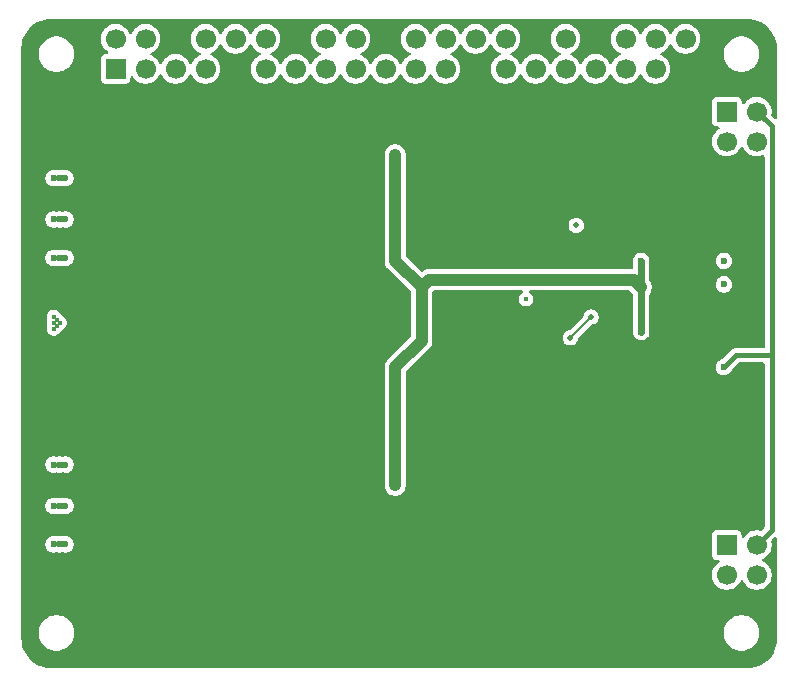
<source format=gbr>
%TF.GenerationSoftware,KiCad,Pcbnew,9.0.5*%
%TF.CreationDate,2025-10-24T16:15:44+02:00*%
%TF.ProjectId,poe4pi,706f6534-7069-42e6-9b69-6361645f7063,rev?*%
%TF.SameCoordinates,Original*%
%TF.FileFunction,Copper,L4,Bot*%
%TF.FilePolarity,Positive*%
%FSLAX46Y46*%
G04 Gerber Fmt 4.6, Leading zero omitted, Abs format (unit mm)*
G04 Created by KiCad (PCBNEW 9.0.5) date 2025-10-24 16:15:44*
%MOMM*%
%LPD*%
G01*
G04 APERTURE LIST*
%TA.AperFunction,ComponentPad*%
%ADD10R,1.700000X1.700000*%
%TD*%
%TA.AperFunction,ComponentPad*%
%ADD11C,1.700000*%
%TD*%
%TA.AperFunction,ViaPad*%
%ADD12C,0.600000*%
%TD*%
%TA.AperFunction,ViaPad*%
%ADD13C,0.400000*%
%TD*%
%TA.AperFunction,ViaPad*%
%ADD14C,0.500000*%
%TD*%
%TA.AperFunction,Conductor*%
%ADD15C,1.000000*%
%TD*%
%TA.AperFunction,Conductor*%
%ADD16C,0.600000*%
%TD*%
%TA.AperFunction,Conductor*%
%ADD17C,0.200000*%
%TD*%
%TA.AperFunction,Conductor*%
%ADD18C,0.400000*%
%TD*%
G04 APERTURE END LIST*
D10*
%TO.P,J2,1,Pin_1*%
%TO.N,POE_PAIR_1-*%
X88250000Y-78060000D03*
D11*
%TO.P,J2,2,Pin_2*%
%TO.N,POE_PAIR_1+*%
X88250000Y-80600000D03*
%TO.P,J2,3,Pin_3*%
%TO.N,POE_PAIR_2-*%
X90790000Y-78060000D03*
%TO.P,J2,4,Pin_4*%
%TO.N,POE_PAIR_2+*%
X90790000Y-80600000D03*
%TD*%
D10*
%TO.P,J1,1,Pin_1*%
%TO.N,POE_PAIR_1-*%
X88250000Y-41360000D03*
D11*
%TO.P,J1,2,Pin_2*%
%TO.N,POE_PAIR_1+*%
X88250000Y-43900000D03*
%TO.P,J1,3,Pin_3*%
%TO.N,POE_PAIR_2-*%
X90790000Y-41360000D03*
%TO.P,J1,4,Pin_4*%
%TO.N,POE_PAIR_2+*%
X90790000Y-43900000D03*
%TD*%
%TO.P,J3,40,Pin_40*%
%TO.N,unconnected-(J3-Pin_40-Pad40)*%
X84760000Y-35210000D03*
%TO.P,J3,39,Pin_39*%
%TO.N,GND*%
X84760000Y-37750000D03*
%TO.P,J3,38,Pin_38*%
%TO.N,unconnected-(J3-Pin_38-Pad38)*%
X82220000Y-35210000D03*
%TO.P,J3,37,Pin_37*%
%TO.N,unconnected-(J3-Pin_37-Pad37)*%
X82220000Y-37750000D03*
%TO.P,J3,36,Pin_36*%
%TO.N,unconnected-(J3-Pin_36-Pad36)*%
X79680000Y-35210000D03*
%TO.P,J3,35,Pin_35*%
%TO.N,unconnected-(J3-Pin_35-Pad35)*%
X79680000Y-37750000D03*
%TO.P,J3,34,Pin_34*%
%TO.N,GND*%
X77140000Y-35210000D03*
%TO.P,J3,33,Pin_33*%
%TO.N,unconnected-(J3-Pin_33-Pad33)*%
X77140000Y-37750000D03*
%TO.P,J3,32,Pin_32*%
%TO.N,unconnected-(J3-Pin_32-Pad32)*%
X74600000Y-35210000D03*
%TO.P,J3,31,Pin_31*%
%TO.N,unconnected-(J3-Pin_31-Pad31)*%
X74600000Y-37750000D03*
%TO.P,J3,30,Pin_30*%
%TO.N,GND*%
X72060000Y-35210000D03*
%TO.P,J3,29,Pin_29*%
%TO.N,unconnected-(J3-Pin_29-Pad29)*%
X72060000Y-37750000D03*
%TO.P,J3,28,Pin_28*%
%TO.N,unconnected-(J3-Pin_28-Pad28)*%
X69520000Y-35210000D03*
%TO.P,J3,27,Pin_27*%
%TO.N,unconnected-(J3-Pin_27-Pad27)*%
X69520000Y-37750000D03*
%TO.P,J3,26,Pin_26*%
%TO.N,unconnected-(J3-Pin_26-Pad26)*%
X66980000Y-35210000D03*
%TO.P,J3,25,Pin_25*%
%TO.N,GND*%
X66980000Y-37750000D03*
%TO.P,J3,24,Pin_24*%
%TO.N,unconnected-(J3-Pin_24-Pad24)*%
X64440000Y-35210000D03*
%TO.P,J3,23,Pin_23*%
%TO.N,unconnected-(J3-Pin_23-Pad23)*%
X64440000Y-37750000D03*
%TO.P,J3,22,Pin_22*%
%TO.N,unconnected-(J3-Pin_22-Pad22)*%
X61900000Y-35210000D03*
%TO.P,J3,21,Pin_21*%
%TO.N,unconnected-(J3-Pin_21-Pad21)*%
X61900000Y-37750000D03*
%TO.P,J3,20,Pin_20*%
%TO.N,GND*%
X59360000Y-35210000D03*
%TO.P,J3,19,Pin_19*%
%TO.N,unconnected-(J3-Pin_19-Pad19)*%
X59360000Y-37750000D03*
%TO.P,J3,18,Pin_18*%
%TO.N,unconnected-(J3-Pin_18-Pad18)*%
X56820000Y-35210000D03*
%TO.P,J3,17,Pin_17*%
%TO.N,unconnected-(J3-Pin_17-Pad17)*%
X56820000Y-37750000D03*
%TO.P,J3,16,Pin_16*%
%TO.N,unconnected-(J3-Pin_16-Pad16)*%
X54280000Y-35210000D03*
%TO.P,J3,15,Pin_15*%
%TO.N,unconnected-(J3-Pin_15-Pad15)*%
X54280000Y-37750000D03*
%TO.P,J3,14,Pin_14*%
%TO.N,GND*%
X51740000Y-35210000D03*
%TO.P,J3,13,Pin_13*%
%TO.N,unconnected-(J3-Pin_13-Pad13)*%
X51740000Y-37750000D03*
%TO.P,J3,12,Pin_12*%
%TO.N,unconnected-(J3-Pin_12-Pad12)*%
X49200000Y-35210000D03*
%TO.P,J3,11,Pin_11*%
%TO.N,unconnected-(J3-Pin_11-Pad11)*%
X49200000Y-37750000D03*
%TO.P,J3,10,Pin_10*%
%TO.N,unconnected-(J3-Pin_10-Pad10)*%
X46660000Y-35210000D03*
%TO.P,J3,9,Pin_9*%
%TO.N,GND*%
X46660000Y-37750000D03*
%TO.P,J3,8,Pin_8*%
%TO.N,unconnected-(J3-Pin_8-Pad8)*%
X44120000Y-35210000D03*
%TO.P,J3,7,Pin_7*%
%TO.N,unconnected-(J3-Pin_7-Pad7)*%
X44120000Y-37750000D03*
%TO.P,J3,6,Pin_6*%
%TO.N,GND*%
X41580000Y-35210000D03*
%TO.P,J3,5,Pin_5*%
%TO.N,unconnected-(J3-Pin_5-Pad5)*%
X41580000Y-37750000D03*
%TO.P,J3,4,Pin_4*%
%TO.N,+5V*%
X39040000Y-35210000D03*
%TO.P,J3,3,Pin_3*%
%TO.N,unconnected-(J3-Pin_3-Pad3)*%
X39040000Y-37750000D03*
%TO.P,J3,2,Pin_2*%
%TO.N,+5V*%
X36500000Y-35210000D03*
D10*
%TO.P,J3,1,Pin_1*%
%TO.N,unconnected-(J3-Pin_1-Pad1)*%
X36500000Y-37750000D03*
%TD*%
D12*
%TO.N,GND*%
X35750000Y-50500000D03*
X78600000Y-60000000D03*
X35750000Y-74750000D03*
X30500000Y-66000000D03*
X78000000Y-58800000D03*
X30750000Y-41750000D03*
X79800000Y-59400000D03*
%TO.N,+5V*%
X31750000Y-50500000D03*
X32250000Y-53750000D03*
D13*
X31750000Y-59250000D03*
D12*
X31750000Y-74750000D03*
X32250000Y-74750000D03*
X31250000Y-74750000D03*
X31775000Y-71250000D03*
X31250000Y-78000000D03*
D13*
X31250000Y-59250000D03*
D12*
X32250000Y-47000000D03*
X31750000Y-78000000D03*
X31250000Y-50500000D03*
D13*
X31250000Y-58750000D03*
D12*
X32250000Y-71250000D03*
D13*
X31250000Y-59750000D03*
X31500000Y-59500000D03*
D12*
X31250000Y-53750000D03*
X31750000Y-53750000D03*
D13*
X31500000Y-59000000D03*
D12*
X31250000Y-47000000D03*
X32250000Y-50500000D03*
X32250000Y-78000000D03*
X31250000Y-71250000D03*
X31750000Y-47000000D03*
%TO.N,POE_V+*%
X81000000Y-60000000D03*
X60200000Y-70000000D03*
X60200000Y-51000000D03*
X60200000Y-45000000D03*
X60200000Y-47000000D03*
X81000000Y-54000000D03*
X60167024Y-64000000D03*
X60200000Y-49000000D03*
X60200000Y-66000000D03*
X60200000Y-68000000D03*
X60167024Y-72000000D03*
X60167024Y-53000000D03*
D14*
%TO.N,POE_V-*%
X75000000Y-60510000D03*
X76750000Y-58750000D03*
D12*
%TO.N,POE_PAIR_2-*%
X88000000Y-63000000D03*
%TO.N,POE_PAIR_1-*%
X88000000Y-54000000D03*
%TO.N,POE_PAIR_1+*%
X88000000Y-56000000D03*
D13*
%TO.N,Net-(U3-PG)*%
X71250000Y-57250000D03*
D14*
X75500000Y-51000000D03*
%TD*%
D15*
%TO.N,POE_V+*%
X81000000Y-56250000D02*
X80350000Y-55600000D01*
X60167024Y-54001469D02*
X60167024Y-53000000D01*
D16*
X60167024Y-45032976D02*
X60200000Y-45000000D01*
D15*
X62415555Y-56250000D02*
X60167024Y-54001469D01*
X80350000Y-55600000D02*
X63065555Y-55600000D01*
X63065555Y-55600000D02*
X62415555Y-56250000D01*
D16*
X81000000Y-56250000D02*
X81000000Y-54000000D01*
D15*
X60167024Y-64000000D02*
X60167024Y-73001469D01*
X62415555Y-60752938D02*
X62415555Y-56250000D01*
D16*
X60167024Y-64000000D02*
X60167024Y-63200000D01*
D15*
X60167024Y-53000000D02*
X60167024Y-45032976D01*
D16*
X81000000Y-60000000D02*
X81000000Y-56250000D01*
D15*
X60167024Y-64000000D02*
X60167024Y-63001469D01*
X60167024Y-63001469D02*
X62415555Y-60752938D01*
D17*
%TO.N,POE_V-*%
X76750000Y-58750000D02*
X76750000Y-58760000D01*
X76750000Y-58760000D02*
X75000000Y-60510000D01*
D18*
%TO.N,POE_PAIR_2-*%
X89000000Y-62000000D02*
X88000000Y-63000000D01*
X90790000Y-41360000D02*
X92041000Y-42611000D01*
X92041000Y-42611000D02*
X92041000Y-62000000D01*
X92041000Y-62000000D02*
X92041000Y-76809000D01*
X92041000Y-62000000D02*
X89000000Y-62000000D01*
X92041000Y-76809000D02*
X90790000Y-78060000D01*
%TD*%
%TA.AperFunction,Conductor*%
%TO.N,GND*%
G36*
X89912791Y-33521821D02*
G01*
X89974935Y-33521820D01*
X89982419Y-33522045D01*
X90272482Y-33539589D01*
X90287340Y-33541393D01*
X90569475Y-33593095D01*
X90584008Y-33596677D01*
X90584030Y-33596684D01*
X90857859Y-33682011D01*
X90871860Y-33687321D01*
X91133422Y-33805039D01*
X91146680Y-33811997D01*
X91392150Y-33960389D01*
X91404461Y-33968887D01*
X91623479Y-34140476D01*
X91630259Y-34145788D01*
X91641467Y-34155718D01*
X91844281Y-34358532D01*
X91854211Y-34369740D01*
X92031108Y-34595532D01*
X92039614Y-34607855D01*
X92188001Y-34853318D01*
X92194960Y-34866577D01*
X92312678Y-35128139D01*
X92317988Y-35142140D01*
X92403321Y-35415988D01*
X92406904Y-35430527D01*
X92458605Y-35712655D01*
X92460410Y-35727520D01*
X92477953Y-36017579D01*
X92478179Y-36025009D01*
X92478179Y-36027022D01*
X92478179Y-36087209D01*
X92478207Y-36087314D01*
X92478211Y-36095542D01*
X92478211Y-36095545D01*
X92480688Y-41902038D01*
X92461032Y-41969086D01*
X92408248Y-42014863D01*
X92339093Y-42024836D01*
X92275525Y-41995839D01*
X92269007Y-41989772D01*
X92043768Y-41764533D01*
X92010283Y-41703210D01*
X92008976Y-41657454D01*
X92040500Y-41458422D01*
X92040500Y-41261577D01*
X92009709Y-41067173D01*
X91948882Y-40879970D01*
X91859523Y-40704594D01*
X91855183Y-40698620D01*
X91743828Y-40545354D01*
X91604646Y-40406172D01*
X91445405Y-40290476D01*
X91270029Y-40201117D01*
X91082826Y-40140290D01*
X90888422Y-40109500D01*
X90888417Y-40109500D01*
X90691583Y-40109500D01*
X90691578Y-40109500D01*
X90497173Y-40140290D01*
X90309970Y-40201117D01*
X90134594Y-40290476D01*
X90043741Y-40356485D01*
X89975354Y-40406172D01*
X89975352Y-40406174D01*
X89975351Y-40406174D01*
X89836173Y-40545352D01*
X89724817Y-40698620D01*
X89669486Y-40741285D01*
X89599873Y-40747264D01*
X89538078Y-40714658D01*
X89503721Y-40653819D01*
X89500499Y-40625734D01*
X89500499Y-40478482D01*
X89489047Y-40406174D01*
X89485646Y-40384696D01*
X89428050Y-40271658D01*
X89428046Y-40271654D01*
X89428045Y-40271652D01*
X89338347Y-40181954D01*
X89338344Y-40181952D01*
X89338342Y-40181950D01*
X89256580Y-40140290D01*
X89225301Y-40124352D01*
X89131524Y-40109500D01*
X87368482Y-40109500D01*
X87287519Y-40122323D01*
X87274696Y-40124354D01*
X87161658Y-40181950D01*
X87161657Y-40181951D01*
X87161652Y-40181954D01*
X87071954Y-40271652D01*
X87071951Y-40271657D01*
X87014352Y-40384698D01*
X86999500Y-40478475D01*
X86999500Y-42241517D01*
X87010292Y-42309657D01*
X87014354Y-42335304D01*
X87071950Y-42448342D01*
X87071952Y-42448344D01*
X87071954Y-42448347D01*
X87161652Y-42538045D01*
X87161654Y-42538046D01*
X87161658Y-42538050D01*
X87274694Y-42595645D01*
X87274698Y-42595647D01*
X87368475Y-42610499D01*
X87368481Y-42610500D01*
X87515735Y-42610499D01*
X87582772Y-42630183D01*
X87628527Y-42682987D01*
X87638471Y-42752145D01*
X87609446Y-42815701D01*
X87588619Y-42834816D01*
X87435360Y-42946167D01*
X87435351Y-42946174D01*
X87296174Y-43085351D01*
X87296174Y-43085352D01*
X87296172Y-43085354D01*
X87246485Y-43153741D01*
X87180476Y-43244594D01*
X87091117Y-43419970D01*
X87030290Y-43607173D01*
X86999500Y-43801577D01*
X86999500Y-43998422D01*
X87030290Y-44192826D01*
X87091117Y-44380029D01*
X87131323Y-44458937D01*
X87180476Y-44555405D01*
X87296172Y-44714646D01*
X87435354Y-44853828D01*
X87594595Y-44969524D01*
X87677455Y-45011743D01*
X87769970Y-45058882D01*
X87769972Y-45058882D01*
X87769975Y-45058884D01*
X87844507Y-45083101D01*
X87957173Y-45119709D01*
X88151578Y-45150500D01*
X88151583Y-45150500D01*
X88348422Y-45150500D01*
X88542826Y-45119709D01*
X88730025Y-45058884D01*
X88905405Y-44969524D01*
X89064646Y-44853828D01*
X89203828Y-44714646D01*
X89319524Y-44555405D01*
X89408884Y-44380025D01*
X89409515Y-44378787D01*
X89457489Y-44327990D01*
X89525310Y-44311195D01*
X89591445Y-44333732D01*
X89630485Y-44378787D01*
X89720474Y-44555403D01*
X89755234Y-44603246D01*
X89836172Y-44714646D01*
X89975354Y-44853828D01*
X90134595Y-44969524D01*
X90217455Y-45011743D01*
X90309970Y-45058882D01*
X90309972Y-45058882D01*
X90309975Y-45058884D01*
X90384507Y-45083101D01*
X90497173Y-45119709D01*
X90691578Y-45150500D01*
X90691583Y-45150500D01*
X90888422Y-45150500D01*
X91082826Y-45119709D01*
X91270025Y-45058884D01*
X91270028Y-45058882D01*
X91274658Y-45057378D01*
X91275068Y-45058639D01*
X91338525Y-45051822D01*
X91401002Y-45083101D01*
X91436650Y-45143192D01*
X91440500Y-45173850D01*
X91440500Y-61275500D01*
X91420815Y-61342539D01*
X91368011Y-61388294D01*
X91316500Y-61399500D01*
X89086670Y-61399500D01*
X89086654Y-61399499D01*
X89079058Y-61399499D01*
X88920943Y-61399499D01*
X88844579Y-61419961D01*
X88768214Y-61440423D01*
X88768209Y-61440426D01*
X88631290Y-61519475D01*
X88631282Y-61519481D01*
X87858061Y-62292702D01*
X87801228Y-62323735D01*
X87801506Y-62324650D01*
X87797110Y-62325983D01*
X87796738Y-62326187D01*
X87795787Y-62326385D01*
X87795669Y-62326420D01*
X87668195Y-62379221D01*
X87668182Y-62379228D01*
X87553458Y-62455885D01*
X87553454Y-62455888D01*
X87455888Y-62553454D01*
X87455885Y-62553458D01*
X87379228Y-62668182D01*
X87379221Y-62668195D01*
X87326421Y-62795667D01*
X87326418Y-62795677D01*
X87299500Y-62931004D01*
X87299500Y-62931007D01*
X87299500Y-63068993D01*
X87299500Y-63068995D01*
X87299499Y-63068995D01*
X87326418Y-63204322D01*
X87326421Y-63204332D01*
X87379221Y-63331804D01*
X87379228Y-63331817D01*
X87455885Y-63446541D01*
X87455888Y-63446545D01*
X87553454Y-63544111D01*
X87553458Y-63544114D01*
X87668182Y-63620771D01*
X87668195Y-63620778D01*
X87795667Y-63673578D01*
X87795672Y-63673580D01*
X87795676Y-63673580D01*
X87795677Y-63673581D01*
X87931004Y-63700500D01*
X87931007Y-63700500D01*
X88068995Y-63700500D01*
X88160041Y-63682389D01*
X88204328Y-63673580D01*
X88331811Y-63620775D01*
X88446542Y-63544114D01*
X88544114Y-63446542D01*
X88620775Y-63331811D01*
X88673580Y-63204328D01*
X88673580Y-63204325D01*
X88675346Y-63198506D01*
X88676760Y-63198934D01*
X88705734Y-63143527D01*
X88707184Y-63142049D01*
X89212418Y-62636816D01*
X89273740Y-62603334D01*
X89300098Y-62600500D01*
X91316500Y-62600500D01*
X91383539Y-62620185D01*
X91429294Y-62672989D01*
X91440500Y-62724500D01*
X91440500Y-76508902D01*
X91420815Y-76575941D01*
X91404181Y-76596583D01*
X91194532Y-76806231D01*
X91133209Y-76839716D01*
X91087453Y-76841023D01*
X90888422Y-76809500D01*
X90888417Y-76809500D01*
X90691583Y-76809500D01*
X90691578Y-76809500D01*
X90497173Y-76840290D01*
X90309970Y-76901117D01*
X90134594Y-76990476D01*
X90043741Y-77056485D01*
X89975354Y-77106172D01*
X89975352Y-77106174D01*
X89975351Y-77106174D01*
X89836173Y-77245352D01*
X89724817Y-77398620D01*
X89669486Y-77441285D01*
X89599873Y-77447264D01*
X89538078Y-77414658D01*
X89503721Y-77353819D01*
X89500499Y-77325734D01*
X89500499Y-77178482D01*
X89489047Y-77106174D01*
X89485646Y-77084696D01*
X89428050Y-76971658D01*
X89428046Y-76971654D01*
X89428045Y-76971652D01*
X89338347Y-76881954D01*
X89338344Y-76881952D01*
X89338342Y-76881950D01*
X89256580Y-76840290D01*
X89225301Y-76824352D01*
X89131524Y-76809500D01*
X87368482Y-76809500D01*
X87287519Y-76822323D01*
X87274696Y-76824354D01*
X87161658Y-76881950D01*
X87161657Y-76881951D01*
X87161652Y-76881954D01*
X87071954Y-76971652D01*
X87071951Y-76971657D01*
X87014352Y-77084698D01*
X86999500Y-77178475D01*
X86999500Y-78941517D01*
X87010292Y-79009657D01*
X87014354Y-79035304D01*
X87071950Y-79148342D01*
X87071952Y-79148344D01*
X87071954Y-79148347D01*
X87161652Y-79238045D01*
X87161654Y-79238046D01*
X87161658Y-79238050D01*
X87274694Y-79295645D01*
X87274698Y-79295647D01*
X87368475Y-79310499D01*
X87368481Y-79310500D01*
X87515735Y-79310499D01*
X87582772Y-79330183D01*
X87628527Y-79382987D01*
X87638471Y-79452145D01*
X87609446Y-79515701D01*
X87588619Y-79534816D01*
X87435360Y-79646167D01*
X87435351Y-79646174D01*
X87296174Y-79785351D01*
X87296174Y-79785352D01*
X87296172Y-79785354D01*
X87246485Y-79853741D01*
X87180476Y-79944594D01*
X87091117Y-80119970D01*
X87030290Y-80307173D01*
X86999500Y-80501577D01*
X86999500Y-80698422D01*
X87030290Y-80892826D01*
X87091117Y-81080029D01*
X87180475Y-81255403D01*
X87180476Y-81255405D01*
X87296172Y-81414646D01*
X87435354Y-81553828D01*
X87594595Y-81669524D01*
X87677455Y-81711743D01*
X87769970Y-81758882D01*
X87769972Y-81758882D01*
X87769975Y-81758884D01*
X87870317Y-81791487D01*
X87957173Y-81819709D01*
X88151578Y-81850500D01*
X88151583Y-81850500D01*
X88348422Y-81850500D01*
X88542826Y-81819709D01*
X88730025Y-81758884D01*
X88905405Y-81669524D01*
X89064646Y-81553828D01*
X89203828Y-81414646D01*
X89319524Y-81255405D01*
X89408884Y-81080025D01*
X89409515Y-81078787D01*
X89457489Y-81027990D01*
X89525310Y-81011195D01*
X89591445Y-81033732D01*
X89630485Y-81078787D01*
X89720474Y-81255403D01*
X89755234Y-81303246D01*
X89836172Y-81414646D01*
X89975354Y-81553828D01*
X90134595Y-81669524D01*
X90217455Y-81711743D01*
X90309970Y-81758882D01*
X90309972Y-81758882D01*
X90309975Y-81758884D01*
X90410317Y-81791487D01*
X90497173Y-81819709D01*
X90691578Y-81850500D01*
X90691583Y-81850500D01*
X90888422Y-81850500D01*
X91082826Y-81819709D01*
X91270025Y-81758884D01*
X91445405Y-81669524D01*
X91604646Y-81553828D01*
X91743828Y-81414646D01*
X91859524Y-81255405D01*
X91948884Y-81080025D01*
X92009709Y-80892826D01*
X92040500Y-80698422D01*
X92040500Y-80501577D01*
X92009709Y-80307173D01*
X91948882Y-80119970D01*
X91859523Y-79944594D01*
X91743828Y-79785354D01*
X91604646Y-79646172D01*
X91525025Y-79588324D01*
X91445403Y-79530474D01*
X91268787Y-79440485D01*
X91217990Y-79392511D01*
X91201195Y-79324690D01*
X91223732Y-79258555D01*
X91268787Y-79219515D01*
X91445403Y-79129525D01*
X91445402Y-79129525D01*
X91445405Y-79129524D01*
X91604646Y-79013828D01*
X91743828Y-78874646D01*
X91859524Y-78715405D01*
X91948884Y-78540025D01*
X92009709Y-78352826D01*
X92040500Y-78158422D01*
X92040500Y-77961578D01*
X92014223Y-77795677D01*
X92009709Y-77767174D01*
X92009707Y-77767168D01*
X92008975Y-77762546D01*
X92017929Y-77693252D01*
X92043764Y-77655469D01*
X92284195Y-77415038D01*
X92345516Y-77381555D01*
X92415208Y-77386539D01*
X92471141Y-77428411D01*
X92495558Y-77493875D01*
X92495874Y-77502668D01*
X92499498Y-85996222D01*
X92499272Y-86003762D01*
X92481728Y-86293794D01*
X92479923Y-86308659D01*
X92428219Y-86590798D01*
X92424635Y-86605336D01*
X92339306Y-86879167D01*
X92333997Y-86893168D01*
X92216275Y-87154736D01*
X92209316Y-87167995D01*
X92060928Y-87413459D01*
X92052422Y-87425782D01*
X91875526Y-87651573D01*
X91865596Y-87662781D01*
X91662781Y-87865596D01*
X91651573Y-87875526D01*
X91425782Y-88052422D01*
X91413459Y-88060928D01*
X91167995Y-88209316D01*
X91154736Y-88216275D01*
X90893168Y-88333997D01*
X90879167Y-88339306D01*
X90605336Y-88424635D01*
X90590798Y-88428219D01*
X90308659Y-88479923D01*
X90293794Y-88481728D01*
X90003756Y-88499272D01*
X89996224Y-88499498D01*
X31095376Y-88478205D01*
X31095375Y-88478205D01*
X31087296Y-88478202D01*
X31087209Y-88478179D01*
X31025016Y-88478179D01*
X31025010Y-88478177D01*
X31017576Y-88477953D01*
X30727520Y-88460410D01*
X30712655Y-88458605D01*
X30430527Y-88406904D01*
X30415988Y-88403321D01*
X30142140Y-88317988D01*
X30128139Y-88312678D01*
X29866577Y-88194960D01*
X29853318Y-88188001D01*
X29643113Y-88060928D01*
X29607852Y-88039612D01*
X29595532Y-88031108D01*
X29369740Y-87854211D01*
X29358532Y-87844281D01*
X29155718Y-87641467D01*
X29145788Y-87630259D01*
X28968887Y-87404461D01*
X28960389Y-87392150D01*
X28811997Y-87146680D01*
X28805039Y-87133422D01*
X28687321Y-86871860D01*
X28682011Y-86857859D01*
X28596678Y-86584011D01*
X28593095Y-86569472D01*
X28541393Y-86287340D01*
X28539589Y-86272479D01*
X28532220Y-86150646D01*
X28522045Y-85982419D01*
X28521820Y-85974934D01*
X28521821Y-85912791D01*
X28521820Y-85912787D01*
X28521820Y-85381902D01*
X29999500Y-85381902D01*
X29999500Y-85618097D01*
X30036446Y-85851368D01*
X30109433Y-86075996D01*
X30209547Y-86272479D01*
X30216657Y-86286433D01*
X30355483Y-86477510D01*
X30522490Y-86644517D01*
X30713567Y-86783343D01*
X30805643Y-86830258D01*
X30924003Y-86890566D01*
X30924005Y-86890566D01*
X30924008Y-86890568D01*
X31044412Y-86929689D01*
X31148631Y-86963553D01*
X31381903Y-87000500D01*
X31381908Y-87000500D01*
X31618097Y-87000500D01*
X31851368Y-86963553D01*
X32075992Y-86890568D01*
X32286433Y-86783343D01*
X32477510Y-86644517D01*
X32644517Y-86477510D01*
X32783343Y-86286433D01*
X32890568Y-86075992D01*
X32963553Y-85851368D01*
X33000500Y-85618097D01*
X33000500Y-85381902D01*
X87999500Y-85381902D01*
X87999500Y-85618097D01*
X88036446Y-85851368D01*
X88109433Y-86075996D01*
X88209547Y-86272479D01*
X88216657Y-86286433D01*
X88355483Y-86477510D01*
X88522490Y-86644517D01*
X88713567Y-86783343D01*
X88805643Y-86830258D01*
X88924003Y-86890566D01*
X88924005Y-86890566D01*
X88924008Y-86890568D01*
X89044412Y-86929689D01*
X89148631Y-86963553D01*
X89381903Y-87000500D01*
X89381908Y-87000500D01*
X89618097Y-87000500D01*
X89851368Y-86963553D01*
X90075992Y-86890568D01*
X90286433Y-86783343D01*
X90477510Y-86644517D01*
X90644517Y-86477510D01*
X90783343Y-86286433D01*
X90890568Y-86075992D01*
X90963553Y-85851368D01*
X91000500Y-85618097D01*
X91000500Y-85381902D01*
X90963553Y-85148631D01*
X90890566Y-84924003D01*
X90783342Y-84713566D01*
X90644517Y-84522490D01*
X90477510Y-84355483D01*
X90286433Y-84216657D01*
X90075996Y-84109433D01*
X89851368Y-84036446D01*
X89618097Y-83999500D01*
X89618092Y-83999500D01*
X89381908Y-83999500D01*
X89381903Y-83999500D01*
X89148631Y-84036446D01*
X88924003Y-84109433D01*
X88713566Y-84216657D01*
X88604550Y-84295862D01*
X88522490Y-84355483D01*
X88522488Y-84355485D01*
X88522487Y-84355485D01*
X88355485Y-84522487D01*
X88355485Y-84522488D01*
X88355483Y-84522490D01*
X88295862Y-84604550D01*
X88216657Y-84713566D01*
X88109433Y-84924003D01*
X88036446Y-85148631D01*
X87999500Y-85381902D01*
X33000500Y-85381902D01*
X32963553Y-85148631D01*
X32890566Y-84924003D01*
X32783342Y-84713566D01*
X32644517Y-84522490D01*
X32477510Y-84355483D01*
X32286433Y-84216657D01*
X32075996Y-84109433D01*
X31851368Y-84036446D01*
X31618097Y-83999500D01*
X31618092Y-83999500D01*
X31381908Y-83999500D01*
X31381903Y-83999500D01*
X31148631Y-84036446D01*
X30924003Y-84109433D01*
X30713566Y-84216657D01*
X30604550Y-84295862D01*
X30522490Y-84355483D01*
X30522488Y-84355485D01*
X30522487Y-84355485D01*
X30355485Y-84522487D01*
X30355485Y-84522488D01*
X30355483Y-84522490D01*
X30295862Y-84604550D01*
X30216657Y-84713566D01*
X30109433Y-84924003D01*
X30036446Y-85148631D01*
X29999500Y-85381902D01*
X28521820Y-85381902D01*
X28521820Y-78068995D01*
X30549499Y-78068995D01*
X30576418Y-78204322D01*
X30576421Y-78204332D01*
X30629221Y-78331804D01*
X30629228Y-78331817D01*
X30705885Y-78446541D01*
X30705888Y-78446545D01*
X30803454Y-78544111D01*
X30803458Y-78544114D01*
X30918182Y-78620771D01*
X30918195Y-78620778D01*
X31042007Y-78672062D01*
X31045672Y-78673580D01*
X31045676Y-78673580D01*
X31045677Y-78673581D01*
X31181004Y-78700500D01*
X31181007Y-78700500D01*
X31318995Y-78700500D01*
X31410041Y-78682389D01*
X31454328Y-78673580D01*
X31454335Y-78673576D01*
X31460155Y-78671812D01*
X31460651Y-78673448D01*
X31522003Y-78666846D01*
X31539769Y-78672062D01*
X31539845Y-78671812D01*
X31545667Y-78673578D01*
X31545672Y-78673580D01*
X31545676Y-78673580D01*
X31545677Y-78673581D01*
X31681004Y-78700500D01*
X31681007Y-78700500D01*
X31818995Y-78700500D01*
X31910041Y-78682389D01*
X31954328Y-78673580D01*
X31954335Y-78673576D01*
X31960155Y-78671812D01*
X31960651Y-78673448D01*
X32022003Y-78666846D01*
X32039769Y-78672062D01*
X32039845Y-78671812D01*
X32045667Y-78673578D01*
X32045672Y-78673580D01*
X32045676Y-78673580D01*
X32045677Y-78673581D01*
X32181004Y-78700500D01*
X32181007Y-78700500D01*
X32318995Y-78700500D01*
X32410041Y-78682389D01*
X32454328Y-78673580D01*
X32581811Y-78620775D01*
X32696542Y-78544114D01*
X32794114Y-78446542D01*
X32870775Y-78331811D01*
X32923580Y-78204328D01*
X32950500Y-78068993D01*
X32950500Y-77931007D01*
X32950500Y-77931004D01*
X32923581Y-77795677D01*
X32923580Y-77795676D01*
X32923580Y-77795672D01*
X32909859Y-77762546D01*
X32870778Y-77668195D01*
X32870771Y-77668182D01*
X32794114Y-77553458D01*
X32794111Y-77553454D01*
X32696545Y-77455888D01*
X32696541Y-77455885D01*
X32581817Y-77379228D01*
X32581804Y-77379221D01*
X32454332Y-77326421D01*
X32454322Y-77326418D01*
X32318995Y-77299500D01*
X32318993Y-77299500D01*
X32181007Y-77299500D01*
X32181005Y-77299500D01*
X32045674Y-77326419D01*
X32039840Y-77328189D01*
X32039344Y-77326555D01*
X31977975Y-77333149D01*
X31960235Y-77327940D01*
X31960160Y-77328189D01*
X31954325Y-77326419D01*
X31818995Y-77299500D01*
X31818993Y-77299500D01*
X31681007Y-77299500D01*
X31681005Y-77299500D01*
X31545674Y-77326419D01*
X31539840Y-77328189D01*
X31539344Y-77326555D01*
X31477975Y-77333149D01*
X31460235Y-77327940D01*
X31460160Y-77328189D01*
X31454325Y-77326419D01*
X31318995Y-77299500D01*
X31318993Y-77299500D01*
X31181007Y-77299500D01*
X31181005Y-77299500D01*
X31045677Y-77326418D01*
X31045667Y-77326421D01*
X30918195Y-77379221D01*
X30918182Y-77379228D01*
X30803458Y-77455885D01*
X30803454Y-77455888D01*
X30705888Y-77553454D01*
X30705885Y-77553458D01*
X30629228Y-77668182D01*
X30629221Y-77668195D01*
X30576421Y-77795667D01*
X30576418Y-77795677D01*
X30549500Y-77931004D01*
X30549500Y-77931007D01*
X30549500Y-78068993D01*
X30549500Y-78068995D01*
X30549499Y-78068995D01*
X28521820Y-78068995D01*
X28521820Y-74818995D01*
X30549499Y-74818995D01*
X30576418Y-74954322D01*
X30576421Y-74954332D01*
X30629221Y-75081804D01*
X30629228Y-75081817D01*
X30705885Y-75196541D01*
X30705888Y-75196545D01*
X30803454Y-75294111D01*
X30803458Y-75294114D01*
X30918182Y-75370771D01*
X30918195Y-75370778D01*
X31042007Y-75422062D01*
X31045672Y-75423580D01*
X31045676Y-75423580D01*
X31045677Y-75423581D01*
X31181004Y-75450500D01*
X31181007Y-75450500D01*
X31318995Y-75450500D01*
X31410041Y-75432389D01*
X31454328Y-75423580D01*
X31454335Y-75423576D01*
X31460155Y-75421812D01*
X31460651Y-75423448D01*
X31522003Y-75416846D01*
X31539769Y-75422062D01*
X31539845Y-75421812D01*
X31545667Y-75423578D01*
X31545672Y-75423580D01*
X31545676Y-75423580D01*
X31545677Y-75423581D01*
X31681004Y-75450500D01*
X31681007Y-75450500D01*
X31818995Y-75450500D01*
X31910041Y-75432389D01*
X31954328Y-75423580D01*
X31954335Y-75423576D01*
X31960155Y-75421812D01*
X31960651Y-75423448D01*
X32022003Y-75416846D01*
X32039769Y-75422062D01*
X32039845Y-75421812D01*
X32045667Y-75423578D01*
X32045672Y-75423580D01*
X32045676Y-75423580D01*
X32045677Y-75423581D01*
X32181004Y-75450500D01*
X32181007Y-75450500D01*
X32318995Y-75450500D01*
X32410041Y-75432389D01*
X32454328Y-75423580D01*
X32581811Y-75370775D01*
X32696542Y-75294114D01*
X32794114Y-75196542D01*
X32870775Y-75081811D01*
X32923580Y-74954328D01*
X32950500Y-74818993D01*
X32950500Y-74681007D01*
X32950500Y-74681004D01*
X32923581Y-74545677D01*
X32923580Y-74545676D01*
X32923580Y-74545672D01*
X32923578Y-74545667D01*
X32870778Y-74418195D01*
X32870771Y-74418182D01*
X32794114Y-74303458D01*
X32794111Y-74303454D01*
X32696545Y-74205888D01*
X32696541Y-74205885D01*
X32581817Y-74129228D01*
X32581804Y-74129221D01*
X32454332Y-74076421D01*
X32454322Y-74076418D01*
X32318995Y-74049500D01*
X32318993Y-74049500D01*
X32181007Y-74049500D01*
X32181005Y-74049500D01*
X32045674Y-74076419D01*
X32039840Y-74078189D01*
X32039344Y-74076555D01*
X31977975Y-74083149D01*
X31960235Y-74077940D01*
X31960160Y-74078189D01*
X31954325Y-74076419D01*
X31818995Y-74049500D01*
X31818993Y-74049500D01*
X31681007Y-74049500D01*
X31681005Y-74049500D01*
X31545674Y-74076419D01*
X31539840Y-74078189D01*
X31539344Y-74076555D01*
X31477975Y-74083149D01*
X31460235Y-74077940D01*
X31460160Y-74078189D01*
X31454325Y-74076419D01*
X31318995Y-74049500D01*
X31318993Y-74049500D01*
X31181007Y-74049500D01*
X31181005Y-74049500D01*
X31045677Y-74076418D01*
X31045667Y-74076421D01*
X30918195Y-74129221D01*
X30918182Y-74129228D01*
X30803458Y-74205885D01*
X30803454Y-74205888D01*
X30705888Y-74303454D01*
X30705885Y-74303458D01*
X30629228Y-74418182D01*
X30629221Y-74418195D01*
X30576421Y-74545667D01*
X30576418Y-74545677D01*
X30549500Y-74681004D01*
X30549500Y-74681007D01*
X30549500Y-74818993D01*
X30549500Y-74818995D01*
X30549499Y-74818995D01*
X28521820Y-74818995D01*
X28521820Y-71318995D01*
X30549499Y-71318995D01*
X30576418Y-71454322D01*
X30576421Y-71454332D01*
X30629221Y-71581804D01*
X30629228Y-71581817D01*
X30705885Y-71696541D01*
X30705888Y-71696545D01*
X30803454Y-71794111D01*
X30803458Y-71794114D01*
X30918182Y-71870771D01*
X30918195Y-71870778D01*
X31012498Y-71909839D01*
X31045672Y-71923580D01*
X31045676Y-71923580D01*
X31045677Y-71923581D01*
X31181004Y-71950500D01*
X31181007Y-71950500D01*
X31318995Y-71950500D01*
X31410041Y-71932389D01*
X31454328Y-71923580D01*
X31465045Y-71919140D01*
X31534511Y-71911669D01*
X31559949Y-71919138D01*
X31570672Y-71923580D01*
X31570676Y-71923580D01*
X31570677Y-71923581D01*
X31706004Y-71950500D01*
X31706007Y-71950500D01*
X31843995Y-71950500D01*
X31843996Y-71950499D01*
X31875615Y-71944209D01*
X31985304Y-71922392D01*
X31985694Y-71924357D01*
X32039401Y-71923870D01*
X32039696Y-71922392D01*
X32181002Y-71950499D01*
X32181005Y-71950500D01*
X32181007Y-71950500D01*
X32318995Y-71950500D01*
X32410041Y-71932389D01*
X32454328Y-71923580D01*
X32581811Y-71870775D01*
X32696542Y-71794114D01*
X32794114Y-71696542D01*
X32870775Y-71581811D01*
X32923580Y-71454328D01*
X32950500Y-71318993D01*
X32950500Y-71181007D01*
X32950500Y-71181004D01*
X32923581Y-71045677D01*
X32923580Y-71045676D01*
X32923580Y-71045672D01*
X32923578Y-71045667D01*
X32870778Y-70918195D01*
X32870771Y-70918182D01*
X32794114Y-70803458D01*
X32794111Y-70803454D01*
X32696545Y-70705888D01*
X32696541Y-70705885D01*
X32581817Y-70629228D01*
X32581804Y-70629221D01*
X32454332Y-70576421D01*
X32454322Y-70576418D01*
X32318995Y-70549500D01*
X32318993Y-70549500D01*
X32181007Y-70549500D01*
X32181005Y-70549500D01*
X32039698Y-70577608D01*
X32039307Y-70575644D01*
X31985596Y-70576126D01*
X31985302Y-70577608D01*
X31843995Y-70549500D01*
X31843993Y-70549500D01*
X31706007Y-70549500D01*
X31706005Y-70549500D01*
X31570673Y-70576419D01*
X31570662Y-70576422D01*
X31559949Y-70580860D01*
X31490480Y-70588327D01*
X31465051Y-70580860D01*
X31454337Y-70576422D01*
X31454326Y-70576419D01*
X31318995Y-70549500D01*
X31318993Y-70549500D01*
X31181007Y-70549500D01*
X31181005Y-70549500D01*
X31045677Y-70576418D01*
X31045667Y-70576421D01*
X30918195Y-70629221D01*
X30918182Y-70629228D01*
X30803458Y-70705885D01*
X30803454Y-70705888D01*
X30705888Y-70803454D01*
X30705885Y-70803458D01*
X30629228Y-70918182D01*
X30629221Y-70918195D01*
X30576421Y-71045667D01*
X30576418Y-71045677D01*
X30549500Y-71181004D01*
X30549500Y-71181007D01*
X30549500Y-71318993D01*
X30549500Y-71318995D01*
X30549499Y-71318995D01*
X28521820Y-71318995D01*
X28521820Y-58670943D01*
X30649500Y-58670943D01*
X30649500Y-58829056D01*
X30686704Y-58967907D01*
X30686704Y-59032093D01*
X30649500Y-59170943D01*
X30649500Y-59329056D01*
X30686704Y-59467907D01*
X30686704Y-59532093D01*
X30663496Y-59618709D01*
X30649500Y-59670943D01*
X30649500Y-59829057D01*
X30690085Y-59980520D01*
X30690423Y-59981783D01*
X30690426Y-59981790D01*
X30769475Y-60118709D01*
X30769479Y-60118714D01*
X30769480Y-60118716D01*
X30881284Y-60230520D01*
X30881286Y-60230521D01*
X30881290Y-60230524D01*
X31018209Y-60309573D01*
X31018216Y-60309577D01*
X31170943Y-60350500D01*
X31170945Y-60350500D01*
X31329055Y-60350500D01*
X31329057Y-60350500D01*
X31481784Y-60309577D01*
X31618716Y-60230520D01*
X31730520Y-60118716D01*
X31764489Y-60059876D01*
X31809876Y-60014489D01*
X31868716Y-59980520D01*
X31980520Y-59868716D01*
X32014489Y-59809876D01*
X32059876Y-59764489D01*
X32118716Y-59730520D01*
X32230520Y-59618716D01*
X32309577Y-59481784D01*
X32350500Y-59329057D01*
X32350500Y-59170943D01*
X32309577Y-59018216D01*
X32288543Y-58981784D01*
X32230524Y-58881290D01*
X32230518Y-58881282D01*
X32118717Y-58769481D01*
X32118716Y-58769480D01*
X32059876Y-58735509D01*
X32014488Y-58690120D01*
X31980522Y-58631287D01*
X31980518Y-58631282D01*
X31868717Y-58519481D01*
X31868716Y-58519480D01*
X31809876Y-58485509D01*
X31764488Y-58440120D01*
X31730522Y-58381287D01*
X31730518Y-58381282D01*
X31618717Y-58269481D01*
X31618709Y-58269475D01*
X31481790Y-58190426D01*
X31481786Y-58190424D01*
X31481784Y-58190423D01*
X31329057Y-58149500D01*
X31170943Y-58149500D01*
X31018216Y-58190423D01*
X31018209Y-58190426D01*
X30881290Y-58269475D01*
X30881282Y-58269481D01*
X30769481Y-58381282D01*
X30769475Y-58381290D01*
X30690426Y-58518209D01*
X30690423Y-58518216D01*
X30649500Y-58670943D01*
X28521820Y-58670943D01*
X28521820Y-53818995D01*
X30549499Y-53818995D01*
X30576418Y-53954322D01*
X30576421Y-53954332D01*
X30629221Y-54081804D01*
X30629228Y-54081817D01*
X30705885Y-54196541D01*
X30705888Y-54196545D01*
X30803454Y-54294111D01*
X30803458Y-54294114D01*
X30918182Y-54370771D01*
X30918195Y-54370778D01*
X31042007Y-54422062D01*
X31045672Y-54423580D01*
X31045676Y-54423580D01*
X31045677Y-54423581D01*
X31181004Y-54450500D01*
X31181007Y-54450500D01*
X31318995Y-54450500D01*
X31410041Y-54432389D01*
X31454328Y-54423580D01*
X31454335Y-54423576D01*
X31460155Y-54421812D01*
X31460651Y-54423448D01*
X31522003Y-54416846D01*
X31539769Y-54422062D01*
X31539845Y-54421812D01*
X31545667Y-54423578D01*
X31545672Y-54423580D01*
X31545676Y-54423580D01*
X31545677Y-54423581D01*
X31681004Y-54450500D01*
X31681007Y-54450500D01*
X31818995Y-54450500D01*
X31910041Y-54432389D01*
X31954328Y-54423580D01*
X31954335Y-54423576D01*
X31960155Y-54421812D01*
X31960651Y-54423448D01*
X32022003Y-54416846D01*
X32039769Y-54422062D01*
X32039845Y-54421812D01*
X32045667Y-54423578D01*
X32045672Y-54423580D01*
X32045676Y-54423580D01*
X32045677Y-54423581D01*
X32181004Y-54450500D01*
X32181007Y-54450500D01*
X32318995Y-54450500D01*
X32410041Y-54432389D01*
X32454328Y-54423580D01*
X32581811Y-54370775D01*
X32696542Y-54294114D01*
X32794114Y-54196542D01*
X32870775Y-54081811D01*
X32923580Y-53954328D01*
X32950500Y-53818993D01*
X32950500Y-53681007D01*
X32950500Y-53681004D01*
X32923581Y-53545677D01*
X32923580Y-53545676D01*
X32923580Y-53545672D01*
X32923578Y-53545667D01*
X32870778Y-53418195D01*
X32870771Y-53418182D01*
X32794114Y-53303458D01*
X32794111Y-53303454D01*
X32696545Y-53205888D01*
X32696541Y-53205885D01*
X32581817Y-53129228D01*
X32581804Y-53129221D01*
X32454332Y-53076421D01*
X32454322Y-53076418D01*
X32318995Y-53049500D01*
X32318993Y-53049500D01*
X32181007Y-53049500D01*
X32181005Y-53049500D01*
X32045674Y-53076419D01*
X32039840Y-53078189D01*
X32039344Y-53076555D01*
X31977975Y-53083149D01*
X31960235Y-53077940D01*
X31960160Y-53078189D01*
X31954325Y-53076419D01*
X31818995Y-53049500D01*
X31818993Y-53049500D01*
X31681007Y-53049500D01*
X31681005Y-53049500D01*
X31545674Y-53076419D01*
X31539840Y-53078189D01*
X31539344Y-53076555D01*
X31477975Y-53083149D01*
X31460235Y-53077940D01*
X31460160Y-53078189D01*
X31454325Y-53076419D01*
X31318995Y-53049500D01*
X31318993Y-53049500D01*
X31181007Y-53049500D01*
X31181005Y-53049500D01*
X31045677Y-53076418D01*
X31045667Y-53076421D01*
X30918195Y-53129221D01*
X30918182Y-53129228D01*
X30803458Y-53205885D01*
X30803454Y-53205888D01*
X30705888Y-53303454D01*
X30705885Y-53303458D01*
X30629228Y-53418182D01*
X30629221Y-53418195D01*
X30576421Y-53545667D01*
X30576418Y-53545677D01*
X30549500Y-53681004D01*
X30549500Y-53681007D01*
X30549500Y-53818993D01*
X30549500Y-53818995D01*
X30549499Y-53818995D01*
X28521820Y-53818995D01*
X28521820Y-50568995D01*
X30549499Y-50568995D01*
X30576418Y-50704322D01*
X30576421Y-50704332D01*
X30629221Y-50831804D01*
X30629228Y-50831817D01*
X30705885Y-50946541D01*
X30705888Y-50946545D01*
X30803454Y-51044111D01*
X30803458Y-51044114D01*
X30918182Y-51120771D01*
X30918195Y-51120778D01*
X31042007Y-51172062D01*
X31045672Y-51173580D01*
X31045676Y-51173580D01*
X31045677Y-51173581D01*
X31181004Y-51200500D01*
X31181007Y-51200500D01*
X31318995Y-51200500D01*
X31410041Y-51182389D01*
X31454328Y-51173580D01*
X31454335Y-51173576D01*
X31460155Y-51171812D01*
X31460651Y-51173448D01*
X31522003Y-51166846D01*
X31539769Y-51172062D01*
X31539845Y-51171812D01*
X31545667Y-51173578D01*
X31545672Y-51173580D01*
X31545676Y-51173580D01*
X31545677Y-51173581D01*
X31681004Y-51200500D01*
X31681007Y-51200500D01*
X31818995Y-51200500D01*
X31910041Y-51182389D01*
X31954328Y-51173580D01*
X31954335Y-51173576D01*
X31960155Y-51171812D01*
X31960651Y-51173448D01*
X32022003Y-51166846D01*
X32039769Y-51172062D01*
X32039845Y-51171812D01*
X32045667Y-51173578D01*
X32045672Y-51173580D01*
X32045676Y-51173580D01*
X32045677Y-51173581D01*
X32181004Y-51200500D01*
X32181007Y-51200500D01*
X32318995Y-51200500D01*
X32410041Y-51182389D01*
X32454328Y-51173580D01*
X32581811Y-51120775D01*
X32696542Y-51044114D01*
X32794114Y-50946542D01*
X32870775Y-50831811D01*
X32923580Y-50704328D01*
X32950500Y-50568993D01*
X32950500Y-50431007D01*
X32950500Y-50431004D01*
X32923581Y-50295677D01*
X32923580Y-50295676D01*
X32923580Y-50295672D01*
X32923578Y-50295667D01*
X32870778Y-50168195D01*
X32870771Y-50168182D01*
X32794114Y-50053458D01*
X32794111Y-50053454D01*
X32696545Y-49955888D01*
X32696541Y-49955885D01*
X32581817Y-49879228D01*
X32581804Y-49879221D01*
X32454332Y-49826421D01*
X32454322Y-49826418D01*
X32318995Y-49799500D01*
X32318993Y-49799500D01*
X32181007Y-49799500D01*
X32181005Y-49799500D01*
X32045674Y-49826419D01*
X32039840Y-49828189D01*
X32039344Y-49826555D01*
X31977975Y-49833149D01*
X31960235Y-49827940D01*
X31960160Y-49828189D01*
X31954325Y-49826419D01*
X31818995Y-49799500D01*
X31818993Y-49799500D01*
X31681007Y-49799500D01*
X31681005Y-49799500D01*
X31545674Y-49826419D01*
X31539840Y-49828189D01*
X31539344Y-49826555D01*
X31477975Y-49833149D01*
X31460235Y-49827940D01*
X31460160Y-49828189D01*
X31454325Y-49826419D01*
X31318995Y-49799500D01*
X31318993Y-49799500D01*
X31181007Y-49799500D01*
X31181005Y-49799500D01*
X31045677Y-49826418D01*
X31045667Y-49826421D01*
X30918195Y-49879221D01*
X30918182Y-49879228D01*
X30803458Y-49955885D01*
X30803454Y-49955888D01*
X30705888Y-50053454D01*
X30705885Y-50053458D01*
X30629228Y-50168182D01*
X30629221Y-50168195D01*
X30576421Y-50295667D01*
X30576418Y-50295677D01*
X30549500Y-50431004D01*
X30549500Y-50431007D01*
X30549500Y-50568993D01*
X30549500Y-50568995D01*
X30549499Y-50568995D01*
X28521820Y-50568995D01*
X28521820Y-47068995D01*
X30549499Y-47068995D01*
X30576418Y-47204322D01*
X30576421Y-47204332D01*
X30629221Y-47331804D01*
X30629228Y-47331817D01*
X30705885Y-47446541D01*
X30705888Y-47446545D01*
X30803454Y-47544111D01*
X30803458Y-47544114D01*
X30918182Y-47620771D01*
X30918195Y-47620778D01*
X31042007Y-47672062D01*
X31045672Y-47673580D01*
X31045676Y-47673580D01*
X31045677Y-47673581D01*
X31181004Y-47700500D01*
X31181007Y-47700500D01*
X31318995Y-47700500D01*
X31410041Y-47682389D01*
X31454328Y-47673580D01*
X31454335Y-47673576D01*
X31460155Y-47671812D01*
X31460651Y-47673448D01*
X31522003Y-47666846D01*
X31539769Y-47672062D01*
X31539845Y-47671812D01*
X31545667Y-47673578D01*
X31545672Y-47673580D01*
X31545676Y-47673580D01*
X31545677Y-47673581D01*
X31681004Y-47700500D01*
X31681007Y-47700500D01*
X31818995Y-47700500D01*
X31910041Y-47682389D01*
X31954328Y-47673580D01*
X31954335Y-47673576D01*
X31960155Y-47671812D01*
X31960651Y-47673448D01*
X32022003Y-47666846D01*
X32039769Y-47672062D01*
X32039845Y-47671812D01*
X32045667Y-47673578D01*
X32045672Y-47673580D01*
X32045676Y-47673580D01*
X32045677Y-47673581D01*
X32181004Y-47700500D01*
X32181007Y-47700500D01*
X32318995Y-47700500D01*
X32410041Y-47682389D01*
X32454328Y-47673580D01*
X32581811Y-47620775D01*
X32696542Y-47544114D01*
X32794114Y-47446542D01*
X32870775Y-47331811D01*
X32923580Y-47204328D01*
X32950500Y-47068993D01*
X32950500Y-46931007D01*
X32950500Y-46931004D01*
X32923581Y-46795677D01*
X32923580Y-46795676D01*
X32923580Y-46795672D01*
X32923578Y-46795667D01*
X32870778Y-46668195D01*
X32870771Y-46668182D01*
X32794114Y-46553458D01*
X32794111Y-46553454D01*
X32696545Y-46455888D01*
X32696541Y-46455885D01*
X32581817Y-46379228D01*
X32581804Y-46379221D01*
X32454332Y-46326421D01*
X32454322Y-46326418D01*
X32318995Y-46299500D01*
X32318993Y-46299500D01*
X32181007Y-46299500D01*
X32181005Y-46299500D01*
X32045674Y-46326419D01*
X32039840Y-46328189D01*
X32039344Y-46326555D01*
X31977975Y-46333149D01*
X31960235Y-46327940D01*
X31960160Y-46328189D01*
X31954325Y-46326419D01*
X31818995Y-46299500D01*
X31818993Y-46299500D01*
X31681007Y-46299500D01*
X31681005Y-46299500D01*
X31545674Y-46326419D01*
X31539840Y-46328189D01*
X31539344Y-46326555D01*
X31477975Y-46333149D01*
X31460235Y-46327940D01*
X31460160Y-46328189D01*
X31454325Y-46326419D01*
X31318995Y-46299500D01*
X31318993Y-46299500D01*
X31181007Y-46299500D01*
X31181005Y-46299500D01*
X31045677Y-46326418D01*
X31045667Y-46326421D01*
X30918195Y-46379221D01*
X30918182Y-46379228D01*
X30803458Y-46455885D01*
X30803454Y-46455888D01*
X30705888Y-46553454D01*
X30705885Y-46553458D01*
X30629228Y-46668182D01*
X30629221Y-46668195D01*
X30576421Y-46795667D01*
X30576418Y-46795677D01*
X30549500Y-46931004D01*
X30549500Y-46931007D01*
X30549500Y-47068993D01*
X30549500Y-47068995D01*
X30549499Y-47068995D01*
X28521820Y-47068995D01*
X28521820Y-44944280D01*
X59266524Y-44944280D01*
X59266524Y-54090165D01*
X59301127Y-54264127D01*
X59301129Y-54264135D01*
X59326846Y-54326222D01*
X59326850Y-54326229D01*
X59329162Y-54331811D01*
X59369011Y-54428016D01*
X59425785Y-54512984D01*
X59429199Y-54518093D01*
X59429202Y-54518099D01*
X59467556Y-54575500D01*
X59467562Y-54575508D01*
X61478736Y-56586681D01*
X61512221Y-56648004D01*
X61515055Y-56674362D01*
X61515055Y-60328576D01*
X61495370Y-60395615D01*
X61478736Y-60416257D01*
X59467559Y-62427433D01*
X59467557Y-62427435D01*
X59448551Y-62455883D01*
X59448549Y-62455886D01*
X59369009Y-62574924D01*
X59338206Y-62649290D01*
X59338203Y-62649298D01*
X59335475Y-62655886D01*
X59301129Y-62738803D01*
X59275393Y-62868189D01*
X59274410Y-62873129D01*
X59274409Y-62873134D01*
X59266524Y-62912776D01*
X59266524Y-73090164D01*
X59301127Y-73264127D01*
X59301130Y-73264136D01*
X59369007Y-73428009D01*
X59369014Y-73428022D01*
X59467559Y-73575503D01*
X59467562Y-73575507D01*
X59592985Y-73700930D01*
X59592989Y-73700933D01*
X59740470Y-73799478D01*
X59740483Y-73799485D01*
X59863387Y-73850392D01*
X59904358Y-73867363D01*
X59904360Y-73867363D01*
X59904365Y-73867365D01*
X60078328Y-73901968D01*
X60078331Y-73901969D01*
X60078333Y-73901969D01*
X60255717Y-73901969D01*
X60255718Y-73901968D01*
X60313706Y-73890433D01*
X60429682Y-73867365D01*
X60429685Y-73867363D01*
X60429690Y-73867363D01*
X60593571Y-73799482D01*
X60741059Y-73700933D01*
X60866488Y-73575504D01*
X60965037Y-73428016D01*
X61032918Y-73264135D01*
X61067524Y-73090160D01*
X61067524Y-63911309D01*
X61067524Y-63425831D01*
X61087209Y-63358792D01*
X61103843Y-63338150D01*
X62062772Y-62379221D01*
X63115019Y-61326974D01*
X63154491Y-61267897D01*
X63213568Y-61179485D01*
X63252098Y-61086465D01*
X63281450Y-61015604D01*
X63316055Y-60841630D01*
X63316055Y-60664246D01*
X63316055Y-60574071D01*
X74349499Y-60574071D01*
X74374497Y-60699738D01*
X74374499Y-60699744D01*
X74423533Y-60818124D01*
X74423538Y-60818133D01*
X74494723Y-60924668D01*
X74494726Y-60924672D01*
X74585327Y-61015273D01*
X74585331Y-61015276D01*
X74691866Y-61086461D01*
X74691873Y-61086465D01*
X74810256Y-61135501D01*
X74810260Y-61135501D01*
X74810261Y-61135502D01*
X74935928Y-61160500D01*
X74935931Y-61160500D01*
X75064071Y-61160500D01*
X75148615Y-61143682D01*
X75189744Y-61135501D01*
X75308127Y-61086465D01*
X75414669Y-61015276D01*
X75505276Y-60924669D01*
X75576465Y-60818127D01*
X75625501Y-60699744D01*
X75644839Y-60602528D01*
X75677224Y-60540617D01*
X75678720Y-60539093D01*
X76791523Y-59426289D01*
X76852844Y-59392806D01*
X76854861Y-59392385D01*
X76939744Y-59375501D01*
X77058127Y-59326465D01*
X77164669Y-59255276D01*
X77255276Y-59164669D01*
X77326465Y-59058127D01*
X77375501Y-58939744D01*
X77400500Y-58814069D01*
X77400500Y-58685931D01*
X77400500Y-58685928D01*
X77375502Y-58560261D01*
X77375501Y-58560260D01*
X77375501Y-58560256D01*
X77326465Y-58441873D01*
X77326464Y-58441872D01*
X77326461Y-58441866D01*
X77255276Y-58335331D01*
X77255273Y-58335327D01*
X77164672Y-58244726D01*
X77164668Y-58244723D01*
X77058133Y-58173538D01*
X77058124Y-58173533D01*
X76939744Y-58124499D01*
X76939738Y-58124497D01*
X76814071Y-58099500D01*
X76814069Y-58099500D01*
X76685931Y-58099500D01*
X76685929Y-58099500D01*
X76560261Y-58124497D01*
X76560255Y-58124499D01*
X76441875Y-58173533D01*
X76441866Y-58173538D01*
X76335331Y-58244723D01*
X76335327Y-58244726D01*
X76244726Y-58335327D01*
X76244723Y-58335331D01*
X76173538Y-58441866D01*
X76173533Y-58441875D01*
X76124499Y-58560255D01*
X76124497Y-58560261D01*
X76102677Y-58669955D01*
X76070291Y-58731866D01*
X76068741Y-58733444D01*
X74970961Y-59831224D01*
X74909638Y-59864709D01*
X74907473Y-59865160D01*
X74810260Y-59884497D01*
X74810255Y-59884499D01*
X74691875Y-59933533D01*
X74691866Y-59933538D01*
X74585331Y-60004723D01*
X74585327Y-60004726D01*
X74494726Y-60095327D01*
X74494723Y-60095331D01*
X74423538Y-60201866D01*
X74423533Y-60201875D01*
X74374499Y-60320255D01*
X74374497Y-60320261D01*
X74349500Y-60445928D01*
X74349500Y-60445931D01*
X74349500Y-60574069D01*
X74349500Y-60574071D01*
X74349499Y-60574071D01*
X63316055Y-60574071D01*
X63316055Y-56674362D01*
X63324699Y-56644921D01*
X63331223Y-56614935D01*
X63334977Y-56609919D01*
X63335740Y-56607323D01*
X63352374Y-56586681D01*
X63402236Y-56536819D01*
X63463559Y-56503334D01*
X63489917Y-56500500D01*
X70884397Y-56500500D01*
X70951436Y-56520185D01*
X70997191Y-56572989D01*
X71007135Y-56642147D01*
X70978110Y-56705703D01*
X70946397Y-56731887D01*
X70881287Y-56769477D01*
X70881282Y-56769481D01*
X70769481Y-56881282D01*
X70769475Y-56881290D01*
X70690426Y-57018209D01*
X70690423Y-57018216D01*
X70649500Y-57170943D01*
X70649500Y-57329056D01*
X70690423Y-57481783D01*
X70690426Y-57481790D01*
X70769475Y-57618709D01*
X70769479Y-57618714D01*
X70769480Y-57618716D01*
X70881284Y-57730520D01*
X70881286Y-57730521D01*
X70881290Y-57730524D01*
X71018209Y-57809573D01*
X71018216Y-57809577D01*
X71170943Y-57850500D01*
X71170945Y-57850500D01*
X71329055Y-57850500D01*
X71329057Y-57850500D01*
X71481784Y-57809577D01*
X71618716Y-57730520D01*
X71730520Y-57618716D01*
X71809577Y-57481784D01*
X71850500Y-57329057D01*
X71850500Y-57170943D01*
X71809577Y-57018216D01*
X71809573Y-57018209D01*
X71730524Y-56881290D01*
X71730518Y-56881282D01*
X71618717Y-56769481D01*
X71618712Y-56769477D01*
X71553603Y-56731887D01*
X71505388Y-56681321D01*
X71492164Y-56612714D01*
X71518132Y-56547849D01*
X71575046Y-56507320D01*
X71615603Y-56500500D01*
X79925638Y-56500500D01*
X79992677Y-56520185D01*
X80013319Y-56536819D01*
X80263181Y-56786681D01*
X80296666Y-56848004D01*
X80299500Y-56874362D01*
X80299500Y-60068993D01*
X80299500Y-60068995D01*
X80299499Y-60068995D01*
X80326418Y-60204322D01*
X80326421Y-60204332D01*
X80379221Y-60331804D01*
X80379228Y-60331817D01*
X80455885Y-60446541D01*
X80455888Y-60446545D01*
X80553454Y-60544111D01*
X80553458Y-60544114D01*
X80668182Y-60620771D01*
X80668195Y-60620778D01*
X80795667Y-60673578D01*
X80795672Y-60673580D01*
X80795676Y-60673580D01*
X80795677Y-60673581D01*
X80931004Y-60700500D01*
X80931007Y-60700500D01*
X81068995Y-60700500D01*
X81160041Y-60682389D01*
X81204328Y-60673580D01*
X81331811Y-60620775D01*
X81446542Y-60544114D01*
X81544114Y-60446542D01*
X81620775Y-60331811D01*
X81673580Y-60204328D01*
X81690609Y-60118717D01*
X81700500Y-60068995D01*
X81700500Y-56860100D01*
X81720185Y-56793061D01*
X81721398Y-56791209D01*
X81798013Y-56676547D01*
X81865895Y-56512666D01*
X81900500Y-56338692D01*
X81900500Y-56161308D01*
X81882138Y-56068995D01*
X87299499Y-56068995D01*
X87326418Y-56204322D01*
X87326421Y-56204332D01*
X87379221Y-56331804D01*
X87379228Y-56331817D01*
X87455885Y-56446541D01*
X87455888Y-56446545D01*
X87553454Y-56544111D01*
X87553458Y-56544114D01*
X87668182Y-56620771D01*
X87668195Y-56620778D01*
X87795667Y-56673578D01*
X87795672Y-56673580D01*
X87795676Y-56673580D01*
X87795677Y-56673581D01*
X87931004Y-56700500D01*
X87931007Y-56700500D01*
X88068995Y-56700500D01*
X88165412Y-56681321D01*
X88204328Y-56673580D01*
X88302924Y-56632740D01*
X88331804Y-56620778D01*
X88331804Y-56620777D01*
X88331811Y-56620775D01*
X88446542Y-56544114D01*
X88544114Y-56446542D01*
X88620775Y-56331811D01*
X88673580Y-56204328D01*
X88700500Y-56068993D01*
X88700500Y-55931007D01*
X88700500Y-55931004D01*
X88673581Y-55795677D01*
X88673580Y-55795676D01*
X88673580Y-55795672D01*
X88624638Y-55677514D01*
X88620778Y-55668195D01*
X88620771Y-55668182D01*
X88544114Y-55553458D01*
X88544111Y-55553454D01*
X88446545Y-55455888D01*
X88446541Y-55455885D01*
X88331817Y-55379228D01*
X88331804Y-55379221D01*
X88204332Y-55326421D01*
X88204322Y-55326418D01*
X88068995Y-55299500D01*
X88068993Y-55299500D01*
X87931007Y-55299500D01*
X87931005Y-55299500D01*
X87795677Y-55326418D01*
X87795667Y-55326421D01*
X87668195Y-55379221D01*
X87668182Y-55379228D01*
X87553458Y-55455885D01*
X87553454Y-55455888D01*
X87455888Y-55553454D01*
X87455885Y-55553458D01*
X87379228Y-55668182D01*
X87379221Y-55668195D01*
X87326421Y-55795667D01*
X87326418Y-55795677D01*
X87299500Y-55931004D01*
X87299500Y-55931007D01*
X87299500Y-56068993D01*
X87299500Y-56068995D01*
X87299499Y-56068995D01*
X81882138Y-56068995D01*
X81865895Y-55987334D01*
X81798013Y-55823454D01*
X81757438Y-55762729D01*
X81721397Y-55708788D01*
X81700520Y-55642110D01*
X81700500Y-55639898D01*
X81700500Y-54068995D01*
X87299499Y-54068995D01*
X87326418Y-54204322D01*
X87326421Y-54204332D01*
X87379221Y-54331804D01*
X87379228Y-54331817D01*
X87455885Y-54446541D01*
X87455888Y-54446545D01*
X87553454Y-54544111D01*
X87553458Y-54544114D01*
X87668182Y-54620771D01*
X87668195Y-54620778D01*
X87795667Y-54673578D01*
X87795672Y-54673580D01*
X87795676Y-54673580D01*
X87795677Y-54673581D01*
X87931004Y-54700500D01*
X87931007Y-54700500D01*
X88068995Y-54700500D01*
X88160041Y-54682389D01*
X88204328Y-54673580D01*
X88331811Y-54620775D01*
X88446542Y-54544114D01*
X88544114Y-54446542D01*
X88620775Y-54331811D01*
X88673580Y-54204328D01*
X88696289Y-54090165D01*
X88700500Y-54068995D01*
X88700500Y-53931004D01*
X88673581Y-53795677D01*
X88673580Y-53795676D01*
X88673580Y-53795672D01*
X88673578Y-53795667D01*
X88620778Y-53668195D01*
X88620771Y-53668182D01*
X88544114Y-53553458D01*
X88544111Y-53553454D01*
X88446545Y-53455888D01*
X88446541Y-53455885D01*
X88331817Y-53379228D01*
X88331804Y-53379221D01*
X88204332Y-53326421D01*
X88204322Y-53326418D01*
X88068995Y-53299500D01*
X88068993Y-53299500D01*
X87931007Y-53299500D01*
X87931005Y-53299500D01*
X87795677Y-53326418D01*
X87795667Y-53326421D01*
X87668195Y-53379221D01*
X87668182Y-53379228D01*
X87553458Y-53455885D01*
X87553454Y-53455888D01*
X87455888Y-53553454D01*
X87455885Y-53553458D01*
X87379228Y-53668182D01*
X87379221Y-53668195D01*
X87326421Y-53795667D01*
X87326418Y-53795677D01*
X87299500Y-53931004D01*
X87299500Y-53931007D01*
X87299500Y-54068993D01*
X87299500Y-54068995D01*
X87299499Y-54068995D01*
X81700500Y-54068995D01*
X81700500Y-53931004D01*
X81673581Y-53795677D01*
X81673580Y-53795676D01*
X81673580Y-53795672D01*
X81673578Y-53795667D01*
X81620778Y-53668195D01*
X81620771Y-53668182D01*
X81544114Y-53553458D01*
X81544111Y-53553454D01*
X81446545Y-53455888D01*
X81446541Y-53455885D01*
X81331817Y-53379228D01*
X81331804Y-53379221D01*
X81204332Y-53326421D01*
X81204322Y-53326418D01*
X81068995Y-53299500D01*
X81068993Y-53299500D01*
X80931007Y-53299500D01*
X80931005Y-53299500D01*
X80795677Y-53326418D01*
X80795667Y-53326421D01*
X80668195Y-53379221D01*
X80668182Y-53379228D01*
X80553458Y-53455885D01*
X80553454Y-53455888D01*
X80455888Y-53553454D01*
X80455885Y-53553458D01*
X80379228Y-53668182D01*
X80379221Y-53668195D01*
X80326421Y-53795667D01*
X80326418Y-53795677D01*
X80299500Y-53931004D01*
X80299500Y-54575500D01*
X80279815Y-54642539D01*
X80227011Y-54688294D01*
X80175500Y-54699500D01*
X62976858Y-54699500D01*
X62802894Y-54734103D01*
X62802878Y-54734108D01*
X62687008Y-54782102D01*
X62687009Y-54782103D01*
X62639008Y-54801987D01*
X62565263Y-54851262D01*
X62486454Y-54903920D01*
X62485109Y-54901907D01*
X62430602Y-54925038D01*
X62361738Y-54913225D01*
X62328603Y-54889548D01*
X61103843Y-53664788D01*
X61070358Y-53603465D01*
X61067524Y-53577107D01*
X61067524Y-51064071D01*
X74849499Y-51064071D01*
X74874497Y-51189738D01*
X74874499Y-51189744D01*
X74923533Y-51308124D01*
X74923538Y-51308133D01*
X74994723Y-51414668D01*
X74994726Y-51414672D01*
X75085327Y-51505273D01*
X75085331Y-51505276D01*
X75191866Y-51576461D01*
X75191872Y-51576464D01*
X75191873Y-51576465D01*
X75310256Y-51625501D01*
X75310260Y-51625501D01*
X75310261Y-51625502D01*
X75435928Y-51650500D01*
X75435931Y-51650500D01*
X75564071Y-51650500D01*
X75648615Y-51633682D01*
X75689744Y-51625501D01*
X75808127Y-51576465D01*
X75914669Y-51505276D01*
X76005276Y-51414669D01*
X76076465Y-51308127D01*
X76125501Y-51189744D01*
X76150500Y-51064069D01*
X76150500Y-50935931D01*
X76150500Y-50935928D01*
X76125502Y-50810261D01*
X76125501Y-50810260D01*
X76125501Y-50810256D01*
X76076465Y-50691873D01*
X76076464Y-50691872D01*
X76076461Y-50691866D01*
X76005276Y-50585331D01*
X76005273Y-50585327D01*
X75914672Y-50494726D01*
X75914668Y-50494723D01*
X75808133Y-50423538D01*
X75808124Y-50423533D01*
X75689744Y-50374499D01*
X75689738Y-50374497D01*
X75564071Y-50349500D01*
X75564069Y-50349500D01*
X75435931Y-50349500D01*
X75435929Y-50349500D01*
X75310261Y-50374497D01*
X75310255Y-50374499D01*
X75191875Y-50423533D01*
X75191866Y-50423538D01*
X75085331Y-50494723D01*
X75085327Y-50494726D01*
X74994726Y-50585327D01*
X74994723Y-50585331D01*
X74923538Y-50691866D01*
X74923533Y-50691875D01*
X74874499Y-50810255D01*
X74874497Y-50810261D01*
X74849500Y-50935928D01*
X74849500Y-50935931D01*
X74849500Y-51064069D01*
X74849500Y-51064071D01*
X74849499Y-51064071D01*
X61067524Y-51064071D01*
X61067524Y-44944282D01*
X61067523Y-44944280D01*
X61032920Y-44770317D01*
X61032917Y-44770308D01*
X60965040Y-44606435D01*
X60965033Y-44606422D01*
X60866488Y-44458941D01*
X60866485Y-44458937D01*
X60741062Y-44333514D01*
X60741058Y-44333511D01*
X60593577Y-44234966D01*
X60593564Y-44234959D01*
X60429691Y-44167082D01*
X60429682Y-44167079D01*
X60255718Y-44132476D01*
X60255715Y-44132476D01*
X60078333Y-44132476D01*
X60078330Y-44132476D01*
X59904365Y-44167079D01*
X59904356Y-44167082D01*
X59740483Y-44234959D01*
X59740470Y-44234966D01*
X59592989Y-44333511D01*
X59592985Y-44333514D01*
X59467562Y-44458937D01*
X59467559Y-44458941D01*
X59369014Y-44606422D01*
X59369007Y-44606435D01*
X59301130Y-44770308D01*
X59301127Y-44770317D01*
X59266524Y-44944280D01*
X28521820Y-44944280D01*
X28521820Y-36381902D01*
X29999500Y-36381902D01*
X29999500Y-36618097D01*
X30036446Y-36851368D01*
X30109433Y-37075996D01*
X30208269Y-37269970D01*
X30216657Y-37286433D01*
X30355483Y-37477510D01*
X30522490Y-37644517D01*
X30713567Y-37783343D01*
X30812991Y-37834002D01*
X30924003Y-37890566D01*
X30924005Y-37890566D01*
X30924008Y-37890568D01*
X31044412Y-37929689D01*
X31148631Y-37963553D01*
X31381903Y-38000500D01*
X31381908Y-38000500D01*
X31618097Y-38000500D01*
X31851368Y-37963553D01*
X32075992Y-37890568D01*
X32286433Y-37783343D01*
X32477510Y-37644517D01*
X32644517Y-37477510D01*
X32783343Y-37286433D01*
X32890568Y-37075992D01*
X32963553Y-36851368D01*
X32972295Y-36796172D01*
X33000500Y-36618097D01*
X33000500Y-36381902D01*
X32963553Y-36148631D01*
X32890566Y-35924003D01*
X32790452Y-35727520D01*
X32783343Y-35713567D01*
X32644517Y-35522490D01*
X32477510Y-35355483D01*
X32286433Y-35216657D01*
X32286434Y-35216657D01*
X32286432Y-35216656D01*
X32080204Y-35111577D01*
X35249500Y-35111577D01*
X35249500Y-35308422D01*
X35280290Y-35502826D01*
X35341117Y-35690029D01*
X35422296Y-35849351D01*
X35430476Y-35865405D01*
X35546172Y-36024646D01*
X35685354Y-36163828D01*
X35838621Y-36275184D01*
X35881285Y-36330512D01*
X35887264Y-36400125D01*
X35854658Y-36461920D01*
X35793819Y-36496278D01*
X35765735Y-36499500D01*
X35618482Y-36499500D01*
X35537519Y-36512323D01*
X35524696Y-36514354D01*
X35411658Y-36571950D01*
X35411657Y-36571951D01*
X35411652Y-36571954D01*
X35321954Y-36661652D01*
X35321951Y-36661657D01*
X35264352Y-36774698D01*
X35249500Y-36868475D01*
X35249500Y-38631517D01*
X35260292Y-38699657D01*
X35264354Y-38725304D01*
X35321950Y-38838342D01*
X35321952Y-38838344D01*
X35321954Y-38838347D01*
X35411652Y-38928045D01*
X35411654Y-38928046D01*
X35411658Y-38928050D01*
X35524694Y-38985645D01*
X35524698Y-38985647D01*
X35618475Y-39000499D01*
X35618481Y-39000500D01*
X37381518Y-39000499D01*
X37475304Y-38985646D01*
X37588342Y-38928050D01*
X37678050Y-38838342D01*
X37735646Y-38725304D01*
X37735646Y-38725302D01*
X37735647Y-38725301D01*
X37750499Y-38631524D01*
X37750500Y-38631519D01*
X37750499Y-38484263D01*
X37770183Y-38417227D01*
X37822987Y-38371472D01*
X37892145Y-38361528D01*
X37955701Y-38390553D01*
X37974817Y-38411380D01*
X38086172Y-38564646D01*
X38225354Y-38703828D01*
X38384595Y-38819524D01*
X38467455Y-38861743D01*
X38559970Y-38908882D01*
X38559972Y-38908882D01*
X38559975Y-38908884D01*
X38618962Y-38928050D01*
X38747173Y-38969709D01*
X38941578Y-39000500D01*
X38941583Y-39000500D01*
X39138422Y-39000500D01*
X39332826Y-38969709D01*
X39520025Y-38908884D01*
X39695405Y-38819524D01*
X39854646Y-38703828D01*
X39993828Y-38564646D01*
X40109524Y-38405405D01*
X40198884Y-38230025D01*
X40199515Y-38228787D01*
X40247489Y-38177990D01*
X40315310Y-38161195D01*
X40381445Y-38183732D01*
X40420485Y-38228787D01*
X40510474Y-38405403D01*
X40514817Y-38411380D01*
X40626172Y-38564646D01*
X40765354Y-38703828D01*
X40924595Y-38819524D01*
X41007455Y-38861743D01*
X41099970Y-38908882D01*
X41099972Y-38908882D01*
X41099975Y-38908884D01*
X41158962Y-38928050D01*
X41287173Y-38969709D01*
X41481578Y-39000500D01*
X41481583Y-39000500D01*
X41678422Y-39000500D01*
X41872826Y-38969709D01*
X42060025Y-38908884D01*
X42235405Y-38819524D01*
X42394646Y-38703828D01*
X42533828Y-38564646D01*
X42649524Y-38405405D01*
X42738884Y-38230025D01*
X42739515Y-38228787D01*
X42787489Y-38177990D01*
X42855310Y-38161195D01*
X42921445Y-38183732D01*
X42960485Y-38228787D01*
X43050474Y-38405403D01*
X43054817Y-38411380D01*
X43166172Y-38564646D01*
X43305354Y-38703828D01*
X43464595Y-38819524D01*
X43547455Y-38861743D01*
X43639970Y-38908882D01*
X43639972Y-38908882D01*
X43639975Y-38908884D01*
X43698962Y-38928050D01*
X43827173Y-38969709D01*
X44021578Y-39000500D01*
X44021583Y-39000500D01*
X44218422Y-39000500D01*
X44412826Y-38969709D01*
X44600025Y-38908884D01*
X44775405Y-38819524D01*
X44934646Y-38703828D01*
X45073828Y-38564646D01*
X45189524Y-38405405D01*
X45278884Y-38230025D01*
X45339709Y-38042826D01*
X45346413Y-38000500D01*
X45370500Y-37848422D01*
X45370500Y-37651577D01*
X45339709Y-37457173D01*
X45293925Y-37316267D01*
X45278884Y-37269975D01*
X45278882Y-37269972D01*
X45278882Y-37269970D01*
X45189523Y-37094594D01*
X45176008Y-37075992D01*
X45073828Y-36935354D01*
X44934646Y-36796172D01*
X44855025Y-36738324D01*
X44775403Y-36680474D01*
X44598787Y-36590485D01*
X44547990Y-36542511D01*
X44531195Y-36474690D01*
X44553732Y-36408555D01*
X44598787Y-36369515D01*
X44775403Y-36279525D01*
X44775402Y-36279525D01*
X44775405Y-36279524D01*
X44934646Y-36163828D01*
X45073828Y-36024646D01*
X45189524Y-35865405D01*
X45259777Y-35727525D01*
X45279515Y-35688787D01*
X45327489Y-35637990D01*
X45395310Y-35621195D01*
X45461445Y-35643732D01*
X45500485Y-35688787D01*
X45590474Y-35865403D01*
X45625234Y-35913246D01*
X45706172Y-36024646D01*
X45845354Y-36163828D01*
X46004595Y-36279524D01*
X46033589Y-36294297D01*
X46179970Y-36368882D01*
X46179972Y-36368882D01*
X46179975Y-36368884D01*
X46220059Y-36381908D01*
X46367173Y-36429709D01*
X46561578Y-36460500D01*
X46561583Y-36460500D01*
X46758422Y-36460500D01*
X46952826Y-36429709D01*
X47140025Y-36368884D01*
X47315405Y-36279524D01*
X47474646Y-36163828D01*
X47613828Y-36024646D01*
X47729524Y-35865405D01*
X47799777Y-35727525D01*
X47819515Y-35688787D01*
X47867489Y-35637990D01*
X47935310Y-35621195D01*
X48001445Y-35643732D01*
X48040485Y-35688787D01*
X48130474Y-35865403D01*
X48165234Y-35913246D01*
X48246172Y-36024646D01*
X48385354Y-36163828D01*
X48544595Y-36279524D01*
X48644665Y-36330512D01*
X48721213Y-36369515D01*
X48772009Y-36417489D01*
X48788804Y-36485310D01*
X48766267Y-36551445D01*
X48721213Y-36590485D01*
X48544594Y-36680476D01*
X48453741Y-36746485D01*
X48385354Y-36796172D01*
X48385352Y-36796174D01*
X48385351Y-36796174D01*
X48246174Y-36935351D01*
X48246174Y-36935352D01*
X48246172Y-36935354D01*
X48196485Y-37003741D01*
X48130476Y-37094594D01*
X48041117Y-37269970D01*
X47980290Y-37457173D01*
X47949500Y-37651577D01*
X47949500Y-37848422D01*
X47980290Y-38042826D01*
X48041117Y-38230029D01*
X48130475Y-38405403D01*
X48130476Y-38405405D01*
X48246172Y-38564646D01*
X48385354Y-38703828D01*
X48544595Y-38819524D01*
X48627455Y-38861743D01*
X48719970Y-38908882D01*
X48719972Y-38908882D01*
X48719975Y-38908884D01*
X48778962Y-38928050D01*
X48907173Y-38969709D01*
X49101578Y-39000500D01*
X49101583Y-39000500D01*
X49298422Y-39000500D01*
X49492826Y-38969709D01*
X49680025Y-38908884D01*
X49855405Y-38819524D01*
X50014646Y-38703828D01*
X50153828Y-38564646D01*
X50269524Y-38405405D01*
X50358884Y-38230025D01*
X50359515Y-38228787D01*
X50407489Y-38177990D01*
X50475310Y-38161195D01*
X50541445Y-38183732D01*
X50580485Y-38228787D01*
X50670474Y-38405403D01*
X50674817Y-38411380D01*
X50786172Y-38564646D01*
X50925354Y-38703828D01*
X51084595Y-38819524D01*
X51167455Y-38861743D01*
X51259970Y-38908882D01*
X51259972Y-38908882D01*
X51259975Y-38908884D01*
X51318962Y-38928050D01*
X51447173Y-38969709D01*
X51641578Y-39000500D01*
X51641583Y-39000500D01*
X51838422Y-39000500D01*
X52032826Y-38969709D01*
X52220025Y-38908884D01*
X52395405Y-38819524D01*
X52554646Y-38703828D01*
X52693828Y-38564646D01*
X52809524Y-38405405D01*
X52898884Y-38230025D01*
X52899515Y-38228787D01*
X52947489Y-38177990D01*
X53015310Y-38161195D01*
X53081445Y-38183732D01*
X53120485Y-38228787D01*
X53210474Y-38405403D01*
X53214817Y-38411380D01*
X53326172Y-38564646D01*
X53465354Y-38703828D01*
X53624595Y-38819524D01*
X53707455Y-38861743D01*
X53799970Y-38908882D01*
X53799972Y-38908882D01*
X53799975Y-38908884D01*
X53858962Y-38928050D01*
X53987173Y-38969709D01*
X54181578Y-39000500D01*
X54181583Y-39000500D01*
X54378422Y-39000500D01*
X54572826Y-38969709D01*
X54760025Y-38908884D01*
X54935405Y-38819524D01*
X55094646Y-38703828D01*
X55233828Y-38564646D01*
X55349524Y-38405405D01*
X55438884Y-38230025D01*
X55439515Y-38228787D01*
X55487489Y-38177990D01*
X55555310Y-38161195D01*
X55621445Y-38183732D01*
X55660485Y-38228787D01*
X55750474Y-38405403D01*
X55754817Y-38411380D01*
X55866172Y-38564646D01*
X56005354Y-38703828D01*
X56164595Y-38819524D01*
X56247455Y-38861743D01*
X56339970Y-38908882D01*
X56339972Y-38908882D01*
X56339975Y-38908884D01*
X56398962Y-38928050D01*
X56527173Y-38969709D01*
X56721578Y-39000500D01*
X56721583Y-39000500D01*
X56918422Y-39000500D01*
X57112826Y-38969709D01*
X57300025Y-38908884D01*
X57475405Y-38819524D01*
X57634646Y-38703828D01*
X57773828Y-38564646D01*
X57889524Y-38405405D01*
X57978884Y-38230025D01*
X57979515Y-38228787D01*
X58027489Y-38177990D01*
X58095310Y-38161195D01*
X58161445Y-38183732D01*
X58200485Y-38228787D01*
X58290474Y-38405403D01*
X58294817Y-38411380D01*
X58406172Y-38564646D01*
X58545354Y-38703828D01*
X58704595Y-38819524D01*
X58787455Y-38861743D01*
X58879970Y-38908882D01*
X58879972Y-38908882D01*
X58879975Y-38908884D01*
X58938962Y-38928050D01*
X59067173Y-38969709D01*
X59261578Y-39000500D01*
X59261583Y-39000500D01*
X59458422Y-39000500D01*
X59652826Y-38969709D01*
X59840025Y-38908884D01*
X60015405Y-38819524D01*
X60174646Y-38703828D01*
X60313828Y-38564646D01*
X60429524Y-38405405D01*
X60518884Y-38230025D01*
X60519515Y-38228787D01*
X60567489Y-38177990D01*
X60635310Y-38161195D01*
X60701445Y-38183732D01*
X60740485Y-38228787D01*
X60830474Y-38405403D01*
X60834817Y-38411380D01*
X60946172Y-38564646D01*
X61085354Y-38703828D01*
X61244595Y-38819524D01*
X61327455Y-38861743D01*
X61419970Y-38908882D01*
X61419972Y-38908882D01*
X61419975Y-38908884D01*
X61478962Y-38928050D01*
X61607173Y-38969709D01*
X61801578Y-39000500D01*
X61801583Y-39000500D01*
X61998422Y-39000500D01*
X62192826Y-38969709D01*
X62380025Y-38908884D01*
X62555405Y-38819524D01*
X62714646Y-38703828D01*
X62853828Y-38564646D01*
X62969524Y-38405405D01*
X63058884Y-38230025D01*
X63059515Y-38228787D01*
X63107489Y-38177990D01*
X63175310Y-38161195D01*
X63241445Y-38183732D01*
X63280485Y-38228787D01*
X63370474Y-38405403D01*
X63374817Y-38411380D01*
X63486172Y-38564646D01*
X63625354Y-38703828D01*
X63784595Y-38819524D01*
X63867455Y-38861743D01*
X63959970Y-38908882D01*
X63959972Y-38908882D01*
X63959975Y-38908884D01*
X64018962Y-38928050D01*
X64147173Y-38969709D01*
X64341578Y-39000500D01*
X64341583Y-39000500D01*
X64538422Y-39000500D01*
X64732826Y-38969709D01*
X64920025Y-38908884D01*
X65095405Y-38819524D01*
X65254646Y-38703828D01*
X65393828Y-38564646D01*
X65509524Y-38405405D01*
X65598884Y-38230025D01*
X65659709Y-38042826D01*
X65666413Y-38000500D01*
X65690500Y-37848422D01*
X65690500Y-37651577D01*
X65659709Y-37457173D01*
X65613925Y-37316267D01*
X65598884Y-37269975D01*
X65598882Y-37269972D01*
X65598882Y-37269970D01*
X65509523Y-37094594D01*
X65496008Y-37075992D01*
X65393828Y-36935354D01*
X65254646Y-36796172D01*
X65175025Y-36738324D01*
X65095403Y-36680474D01*
X64918787Y-36590485D01*
X64867990Y-36542511D01*
X64851195Y-36474690D01*
X64873732Y-36408555D01*
X64918787Y-36369515D01*
X65095403Y-36279525D01*
X65095402Y-36279525D01*
X65095405Y-36279524D01*
X65254646Y-36163828D01*
X65393828Y-36024646D01*
X65509524Y-35865405D01*
X65579777Y-35727525D01*
X65599515Y-35688787D01*
X65647489Y-35637990D01*
X65715310Y-35621195D01*
X65781445Y-35643732D01*
X65820485Y-35688787D01*
X65910474Y-35865403D01*
X65945234Y-35913246D01*
X66026172Y-36024646D01*
X66165354Y-36163828D01*
X66324595Y-36279524D01*
X66353589Y-36294297D01*
X66499970Y-36368882D01*
X66499972Y-36368882D01*
X66499975Y-36368884D01*
X66540059Y-36381908D01*
X66687173Y-36429709D01*
X66881578Y-36460500D01*
X66881583Y-36460500D01*
X67078422Y-36460500D01*
X67272826Y-36429709D01*
X67460025Y-36368884D01*
X67635405Y-36279524D01*
X67794646Y-36163828D01*
X67933828Y-36024646D01*
X68049524Y-35865405D01*
X68119777Y-35727525D01*
X68139515Y-35688787D01*
X68187489Y-35637990D01*
X68255310Y-35621195D01*
X68321445Y-35643732D01*
X68360485Y-35688787D01*
X68450474Y-35865403D01*
X68485234Y-35913246D01*
X68566172Y-36024646D01*
X68705354Y-36163828D01*
X68864595Y-36279524D01*
X68964665Y-36330512D01*
X69041213Y-36369515D01*
X69092009Y-36417489D01*
X69108804Y-36485310D01*
X69086267Y-36551445D01*
X69041213Y-36590485D01*
X68864594Y-36680476D01*
X68773741Y-36746485D01*
X68705354Y-36796172D01*
X68705352Y-36796174D01*
X68705351Y-36796174D01*
X68566174Y-36935351D01*
X68566174Y-36935352D01*
X68566172Y-36935354D01*
X68516485Y-37003741D01*
X68450476Y-37094594D01*
X68361117Y-37269970D01*
X68300290Y-37457173D01*
X68269500Y-37651577D01*
X68269500Y-37848422D01*
X68300290Y-38042826D01*
X68361117Y-38230029D01*
X68450475Y-38405403D01*
X68450476Y-38405405D01*
X68566172Y-38564646D01*
X68705354Y-38703828D01*
X68864595Y-38819524D01*
X68947455Y-38861743D01*
X69039970Y-38908882D01*
X69039972Y-38908882D01*
X69039975Y-38908884D01*
X69098962Y-38928050D01*
X69227173Y-38969709D01*
X69421578Y-39000500D01*
X69421583Y-39000500D01*
X69618422Y-39000500D01*
X69812826Y-38969709D01*
X70000025Y-38908884D01*
X70175405Y-38819524D01*
X70334646Y-38703828D01*
X70473828Y-38564646D01*
X70589524Y-38405405D01*
X70678884Y-38230025D01*
X70679515Y-38228787D01*
X70727489Y-38177990D01*
X70795310Y-38161195D01*
X70861445Y-38183732D01*
X70900485Y-38228787D01*
X70990474Y-38405403D01*
X70994817Y-38411380D01*
X71106172Y-38564646D01*
X71245354Y-38703828D01*
X71404595Y-38819524D01*
X71487455Y-38861743D01*
X71579970Y-38908882D01*
X71579972Y-38908882D01*
X71579975Y-38908884D01*
X71638962Y-38928050D01*
X71767173Y-38969709D01*
X71961578Y-39000500D01*
X71961583Y-39000500D01*
X72158422Y-39000500D01*
X72352826Y-38969709D01*
X72540025Y-38908884D01*
X72715405Y-38819524D01*
X72874646Y-38703828D01*
X73013828Y-38564646D01*
X73129524Y-38405405D01*
X73218884Y-38230025D01*
X73219515Y-38228787D01*
X73267489Y-38177990D01*
X73335310Y-38161195D01*
X73401445Y-38183732D01*
X73440485Y-38228787D01*
X73530474Y-38405403D01*
X73534817Y-38411380D01*
X73646172Y-38564646D01*
X73785354Y-38703828D01*
X73944595Y-38819524D01*
X74027455Y-38861743D01*
X74119970Y-38908882D01*
X74119972Y-38908882D01*
X74119975Y-38908884D01*
X74178962Y-38928050D01*
X74307173Y-38969709D01*
X74501578Y-39000500D01*
X74501583Y-39000500D01*
X74698422Y-39000500D01*
X74892826Y-38969709D01*
X75080025Y-38908884D01*
X75255405Y-38819524D01*
X75414646Y-38703828D01*
X75553828Y-38564646D01*
X75669524Y-38405405D01*
X75758884Y-38230025D01*
X75759515Y-38228787D01*
X75807489Y-38177990D01*
X75875310Y-38161195D01*
X75941445Y-38183732D01*
X75980485Y-38228787D01*
X76070474Y-38405403D01*
X76074817Y-38411380D01*
X76186172Y-38564646D01*
X76325354Y-38703828D01*
X76484595Y-38819524D01*
X76567455Y-38861743D01*
X76659970Y-38908882D01*
X76659972Y-38908882D01*
X76659975Y-38908884D01*
X76718962Y-38928050D01*
X76847173Y-38969709D01*
X77041578Y-39000500D01*
X77041583Y-39000500D01*
X77238422Y-39000500D01*
X77432826Y-38969709D01*
X77620025Y-38908884D01*
X77795405Y-38819524D01*
X77954646Y-38703828D01*
X78093828Y-38564646D01*
X78209524Y-38405405D01*
X78298884Y-38230025D01*
X78299515Y-38228787D01*
X78347489Y-38177990D01*
X78415310Y-38161195D01*
X78481445Y-38183732D01*
X78520485Y-38228787D01*
X78610474Y-38405403D01*
X78614817Y-38411380D01*
X78726172Y-38564646D01*
X78865354Y-38703828D01*
X79024595Y-38819524D01*
X79107455Y-38861743D01*
X79199970Y-38908882D01*
X79199972Y-38908882D01*
X79199975Y-38908884D01*
X79258962Y-38928050D01*
X79387173Y-38969709D01*
X79581578Y-39000500D01*
X79581583Y-39000500D01*
X79778422Y-39000500D01*
X79972826Y-38969709D01*
X80160025Y-38908884D01*
X80335405Y-38819524D01*
X80494646Y-38703828D01*
X80633828Y-38564646D01*
X80749524Y-38405405D01*
X80838884Y-38230025D01*
X80839515Y-38228787D01*
X80887489Y-38177990D01*
X80955310Y-38161195D01*
X81021445Y-38183732D01*
X81060485Y-38228787D01*
X81150474Y-38405403D01*
X81154817Y-38411380D01*
X81266172Y-38564646D01*
X81405354Y-38703828D01*
X81564595Y-38819524D01*
X81647455Y-38861743D01*
X81739970Y-38908882D01*
X81739972Y-38908882D01*
X81739975Y-38908884D01*
X81798962Y-38928050D01*
X81927173Y-38969709D01*
X82121578Y-39000500D01*
X82121583Y-39000500D01*
X82318422Y-39000500D01*
X82512826Y-38969709D01*
X82700025Y-38908884D01*
X82875405Y-38819524D01*
X83034646Y-38703828D01*
X83173828Y-38564646D01*
X83289524Y-38405405D01*
X83378884Y-38230025D01*
X83439709Y-38042826D01*
X83446413Y-38000500D01*
X83470500Y-37848422D01*
X83470500Y-37651577D01*
X83439709Y-37457173D01*
X83393925Y-37316267D01*
X83378884Y-37269975D01*
X83378882Y-37269972D01*
X83378882Y-37269970D01*
X83289523Y-37094594D01*
X83276008Y-37075992D01*
X83173828Y-36935354D01*
X83034646Y-36796172D01*
X82955025Y-36738324D01*
X82875403Y-36680474D01*
X82698787Y-36590485D01*
X82647990Y-36542511D01*
X82631195Y-36474690D01*
X82653732Y-36408555D01*
X82698787Y-36369515D01*
X82875403Y-36279525D01*
X82875402Y-36279525D01*
X82875405Y-36279524D01*
X83034646Y-36163828D01*
X83173828Y-36024646D01*
X83289524Y-35865405D01*
X83359777Y-35727525D01*
X83379515Y-35688787D01*
X83427489Y-35637990D01*
X83495310Y-35621195D01*
X83561445Y-35643732D01*
X83600485Y-35688787D01*
X83690474Y-35865403D01*
X83725234Y-35913246D01*
X83806172Y-36024646D01*
X83945354Y-36163828D01*
X84104595Y-36279524D01*
X84133589Y-36294297D01*
X84279970Y-36368882D01*
X84279972Y-36368882D01*
X84279975Y-36368884D01*
X84320059Y-36381908D01*
X84467173Y-36429709D01*
X84661578Y-36460500D01*
X84661583Y-36460500D01*
X84858422Y-36460500D01*
X85052826Y-36429709D01*
X85199960Y-36381902D01*
X87999500Y-36381902D01*
X87999500Y-36618097D01*
X88036446Y-36851368D01*
X88109433Y-37075996D01*
X88208269Y-37269970D01*
X88216657Y-37286433D01*
X88355483Y-37477510D01*
X88522490Y-37644517D01*
X88713567Y-37783343D01*
X88812991Y-37834002D01*
X88924003Y-37890566D01*
X88924005Y-37890566D01*
X88924008Y-37890568D01*
X89044412Y-37929689D01*
X89148631Y-37963553D01*
X89381903Y-38000500D01*
X89381908Y-38000500D01*
X89618097Y-38000500D01*
X89851368Y-37963553D01*
X90075992Y-37890568D01*
X90286433Y-37783343D01*
X90477510Y-37644517D01*
X90644517Y-37477510D01*
X90783343Y-37286433D01*
X90890568Y-37075992D01*
X90963553Y-36851368D01*
X90972295Y-36796172D01*
X91000500Y-36618097D01*
X91000500Y-36381902D01*
X90963553Y-36148631D01*
X90890566Y-35924003D01*
X90790452Y-35727520D01*
X90783343Y-35713567D01*
X90644517Y-35522490D01*
X90477510Y-35355483D01*
X90286433Y-35216657D01*
X90286431Y-35216656D01*
X90075996Y-35109433D01*
X89851368Y-35036446D01*
X89618097Y-34999500D01*
X89618092Y-34999500D01*
X89381908Y-34999500D01*
X89381903Y-34999500D01*
X89148631Y-35036446D01*
X88924003Y-35109433D01*
X88713566Y-35216657D01*
X88604550Y-35295862D01*
X88522490Y-35355483D01*
X88522488Y-35355485D01*
X88522487Y-35355485D01*
X88355485Y-35522487D01*
X88355485Y-35522488D01*
X88355483Y-35522490D01*
X88295862Y-35604550D01*
X88216657Y-35713566D01*
X88109433Y-35924003D01*
X88036446Y-36148631D01*
X87999500Y-36381902D01*
X85199960Y-36381902D01*
X85240025Y-36368884D01*
X85415405Y-36279524D01*
X85574646Y-36163828D01*
X85713828Y-36024646D01*
X85829524Y-35865405D01*
X85918884Y-35690025D01*
X85979709Y-35502826D01*
X85991161Y-35430521D01*
X86010500Y-35308422D01*
X86010500Y-35111577D01*
X85979709Y-34917173D01*
X85918882Y-34729970D01*
X85856661Y-34607855D01*
X85829524Y-34554595D01*
X85713828Y-34395354D01*
X85574646Y-34256172D01*
X85415405Y-34140476D01*
X85240029Y-34051117D01*
X85052826Y-33990290D01*
X84858422Y-33959500D01*
X84858417Y-33959500D01*
X84661583Y-33959500D01*
X84661578Y-33959500D01*
X84467173Y-33990290D01*
X84279970Y-34051117D01*
X84104594Y-34140476D01*
X84090912Y-34150417D01*
X83945354Y-34256172D01*
X83945352Y-34256174D01*
X83945351Y-34256174D01*
X83806174Y-34395351D01*
X83806174Y-34395352D01*
X83806172Y-34395354D01*
X83756485Y-34463741D01*
X83690476Y-34554594D01*
X83600485Y-34731213D01*
X83552511Y-34782009D01*
X83484690Y-34798804D01*
X83418555Y-34776267D01*
X83379515Y-34731213D01*
X83352397Y-34677992D01*
X83289524Y-34554595D01*
X83173828Y-34395354D01*
X83034646Y-34256172D01*
X82875405Y-34140476D01*
X82700029Y-34051117D01*
X82512826Y-33990290D01*
X82318422Y-33959500D01*
X82318417Y-33959500D01*
X82121583Y-33959500D01*
X82121578Y-33959500D01*
X81927173Y-33990290D01*
X81739970Y-34051117D01*
X81564594Y-34140476D01*
X81550912Y-34150417D01*
X81405354Y-34256172D01*
X81405352Y-34256174D01*
X81405351Y-34256174D01*
X81266174Y-34395351D01*
X81266174Y-34395352D01*
X81266172Y-34395354D01*
X81216485Y-34463741D01*
X81150476Y-34554594D01*
X81060485Y-34731213D01*
X81012511Y-34782009D01*
X80944690Y-34798804D01*
X80878555Y-34776267D01*
X80839515Y-34731213D01*
X80812397Y-34677992D01*
X80749524Y-34554595D01*
X80633828Y-34395354D01*
X80494646Y-34256172D01*
X80335405Y-34140476D01*
X80160029Y-34051117D01*
X79972826Y-33990290D01*
X79778422Y-33959500D01*
X79778417Y-33959500D01*
X79581583Y-33959500D01*
X79581578Y-33959500D01*
X79387173Y-33990290D01*
X79199970Y-34051117D01*
X79024594Y-34140476D01*
X79010912Y-34150417D01*
X78865354Y-34256172D01*
X78865352Y-34256174D01*
X78865351Y-34256174D01*
X78726174Y-34395351D01*
X78726174Y-34395352D01*
X78726172Y-34395354D01*
X78676485Y-34463741D01*
X78610476Y-34554594D01*
X78521117Y-34729970D01*
X78460290Y-34917173D01*
X78429500Y-35111577D01*
X78429500Y-35308422D01*
X78460290Y-35502826D01*
X78521117Y-35690029D01*
X78602296Y-35849351D01*
X78610476Y-35865405D01*
X78726172Y-36024646D01*
X78865354Y-36163828D01*
X79024595Y-36279524D01*
X79124665Y-36330512D01*
X79201213Y-36369515D01*
X79252009Y-36417489D01*
X79268804Y-36485310D01*
X79246267Y-36551445D01*
X79201213Y-36590485D01*
X79024594Y-36680476D01*
X78933741Y-36746485D01*
X78865354Y-36796172D01*
X78865352Y-36796174D01*
X78865351Y-36796174D01*
X78726174Y-36935351D01*
X78726174Y-36935352D01*
X78726172Y-36935354D01*
X78676485Y-37003741D01*
X78610476Y-37094594D01*
X78520485Y-37271213D01*
X78472511Y-37322009D01*
X78404690Y-37338804D01*
X78338555Y-37316267D01*
X78299515Y-37271213D01*
X78272397Y-37217992D01*
X78209524Y-37094595D01*
X78093828Y-36935354D01*
X77954646Y-36796172D01*
X77795405Y-36680476D01*
X77795401Y-36680474D01*
X77620029Y-36591117D01*
X77432826Y-36530290D01*
X77238422Y-36499500D01*
X77238417Y-36499500D01*
X77041583Y-36499500D01*
X77041578Y-36499500D01*
X76847173Y-36530290D01*
X76659970Y-36591117D01*
X76484594Y-36680476D01*
X76393741Y-36746485D01*
X76325354Y-36796172D01*
X76325352Y-36796174D01*
X76325351Y-36796174D01*
X76186174Y-36935351D01*
X76186174Y-36935352D01*
X76186172Y-36935354D01*
X76136485Y-37003741D01*
X76070476Y-37094594D01*
X75980485Y-37271213D01*
X75932511Y-37322009D01*
X75864690Y-37338804D01*
X75798555Y-37316267D01*
X75759515Y-37271213D01*
X75732397Y-37217992D01*
X75669524Y-37094595D01*
X75553828Y-36935354D01*
X75414646Y-36796172D01*
X75335025Y-36738324D01*
X75255403Y-36680474D01*
X75078787Y-36590485D01*
X75027990Y-36542511D01*
X75011195Y-36474690D01*
X75033732Y-36408555D01*
X75078787Y-36369515D01*
X75255403Y-36279525D01*
X75255402Y-36279525D01*
X75255405Y-36279524D01*
X75414646Y-36163828D01*
X75553828Y-36024646D01*
X75669524Y-35865405D01*
X75758884Y-35690025D01*
X75819709Y-35502826D01*
X75831161Y-35430521D01*
X75850500Y-35308422D01*
X75850500Y-35111577D01*
X75819709Y-34917173D01*
X75758882Y-34729970D01*
X75696661Y-34607855D01*
X75669524Y-34554595D01*
X75553828Y-34395354D01*
X75414646Y-34256172D01*
X75255405Y-34140476D01*
X75080029Y-34051117D01*
X74892826Y-33990290D01*
X74698422Y-33959500D01*
X74698417Y-33959500D01*
X74501583Y-33959500D01*
X74501578Y-33959500D01*
X74307173Y-33990290D01*
X74119970Y-34051117D01*
X73944594Y-34140476D01*
X73930912Y-34150417D01*
X73785354Y-34256172D01*
X73785352Y-34256174D01*
X73785351Y-34256174D01*
X73646174Y-34395351D01*
X73646174Y-34395352D01*
X73646172Y-34395354D01*
X73596485Y-34463741D01*
X73530476Y-34554594D01*
X73441117Y-34729970D01*
X73380290Y-34917173D01*
X73349500Y-35111577D01*
X73349500Y-35308422D01*
X73380290Y-35502826D01*
X73441117Y-35690029D01*
X73522296Y-35849351D01*
X73530476Y-35865405D01*
X73646172Y-36024646D01*
X73785354Y-36163828D01*
X73944595Y-36279524D01*
X74044665Y-36330512D01*
X74121213Y-36369515D01*
X74172009Y-36417489D01*
X74188804Y-36485310D01*
X74166267Y-36551445D01*
X74121213Y-36590485D01*
X73944594Y-36680476D01*
X73853741Y-36746485D01*
X73785354Y-36796172D01*
X73785352Y-36796174D01*
X73785351Y-36796174D01*
X73646174Y-36935351D01*
X73646174Y-36935352D01*
X73646172Y-36935354D01*
X73596485Y-37003741D01*
X73530476Y-37094594D01*
X73440485Y-37271213D01*
X73392511Y-37322009D01*
X73324690Y-37338804D01*
X73258555Y-37316267D01*
X73219515Y-37271213D01*
X73192397Y-37217992D01*
X73129524Y-37094595D01*
X73013828Y-36935354D01*
X72874646Y-36796172D01*
X72715405Y-36680476D01*
X72715401Y-36680474D01*
X72540029Y-36591117D01*
X72352826Y-36530290D01*
X72158422Y-36499500D01*
X72158417Y-36499500D01*
X71961583Y-36499500D01*
X71961578Y-36499500D01*
X71767173Y-36530290D01*
X71579970Y-36591117D01*
X71404594Y-36680476D01*
X71313741Y-36746485D01*
X71245354Y-36796172D01*
X71245352Y-36796174D01*
X71245351Y-36796174D01*
X71106174Y-36935351D01*
X71106174Y-36935352D01*
X71106172Y-36935354D01*
X71056485Y-37003741D01*
X70990476Y-37094594D01*
X70900485Y-37271213D01*
X70852511Y-37322009D01*
X70784690Y-37338804D01*
X70718555Y-37316267D01*
X70679515Y-37271213D01*
X70652397Y-37217992D01*
X70589524Y-37094595D01*
X70473828Y-36935354D01*
X70334646Y-36796172D01*
X70255025Y-36738324D01*
X70175403Y-36680474D01*
X69998787Y-36590485D01*
X69947990Y-36542511D01*
X69931195Y-36474690D01*
X69953732Y-36408555D01*
X69998787Y-36369515D01*
X70175403Y-36279525D01*
X70175402Y-36279525D01*
X70175405Y-36279524D01*
X70334646Y-36163828D01*
X70473828Y-36024646D01*
X70589524Y-35865405D01*
X70678884Y-35690025D01*
X70739709Y-35502826D01*
X70751161Y-35430521D01*
X70770500Y-35308422D01*
X70770500Y-35111577D01*
X70739709Y-34917173D01*
X70678882Y-34729970D01*
X70616661Y-34607855D01*
X70589524Y-34554595D01*
X70473828Y-34395354D01*
X70334646Y-34256172D01*
X70175405Y-34140476D01*
X70000029Y-34051117D01*
X69812826Y-33990290D01*
X69618422Y-33959500D01*
X69618417Y-33959500D01*
X69421583Y-33959500D01*
X69421578Y-33959500D01*
X69227173Y-33990290D01*
X69039970Y-34051117D01*
X68864594Y-34140476D01*
X68850912Y-34150417D01*
X68705354Y-34256172D01*
X68705352Y-34256174D01*
X68705351Y-34256174D01*
X68566174Y-34395351D01*
X68566174Y-34395352D01*
X68566172Y-34395354D01*
X68516485Y-34463741D01*
X68450476Y-34554594D01*
X68360485Y-34731213D01*
X68312511Y-34782009D01*
X68244690Y-34798804D01*
X68178555Y-34776267D01*
X68139515Y-34731213D01*
X68112397Y-34677992D01*
X68049524Y-34554595D01*
X67933828Y-34395354D01*
X67794646Y-34256172D01*
X67635405Y-34140476D01*
X67460029Y-34051117D01*
X67272826Y-33990290D01*
X67078422Y-33959500D01*
X67078417Y-33959500D01*
X66881583Y-33959500D01*
X66881578Y-33959500D01*
X66687173Y-33990290D01*
X66499970Y-34051117D01*
X66324594Y-34140476D01*
X66310912Y-34150417D01*
X66165354Y-34256172D01*
X66165352Y-34256174D01*
X66165351Y-34256174D01*
X66026174Y-34395351D01*
X66026174Y-34395352D01*
X66026172Y-34395354D01*
X65976485Y-34463741D01*
X65910476Y-34554594D01*
X65820485Y-34731213D01*
X65772511Y-34782009D01*
X65704690Y-34798804D01*
X65638555Y-34776267D01*
X65599515Y-34731213D01*
X65572397Y-34677992D01*
X65509524Y-34554595D01*
X65393828Y-34395354D01*
X65254646Y-34256172D01*
X65095405Y-34140476D01*
X64920029Y-34051117D01*
X64732826Y-33990290D01*
X64538422Y-33959500D01*
X64538417Y-33959500D01*
X64341583Y-33959500D01*
X64341578Y-33959500D01*
X64147173Y-33990290D01*
X63959970Y-34051117D01*
X63784594Y-34140476D01*
X63770912Y-34150417D01*
X63625354Y-34256172D01*
X63625352Y-34256174D01*
X63625351Y-34256174D01*
X63486174Y-34395351D01*
X63486174Y-34395352D01*
X63486172Y-34395354D01*
X63436485Y-34463741D01*
X63370476Y-34554594D01*
X63280485Y-34731213D01*
X63232511Y-34782009D01*
X63164690Y-34798804D01*
X63098555Y-34776267D01*
X63059515Y-34731213D01*
X63032397Y-34677992D01*
X62969524Y-34554595D01*
X62853828Y-34395354D01*
X62714646Y-34256172D01*
X62555405Y-34140476D01*
X62380029Y-34051117D01*
X62192826Y-33990290D01*
X61998422Y-33959500D01*
X61998417Y-33959500D01*
X61801583Y-33959500D01*
X61801578Y-33959500D01*
X61607173Y-33990290D01*
X61419970Y-34051117D01*
X61244594Y-34140476D01*
X61230912Y-34150417D01*
X61085354Y-34256172D01*
X61085352Y-34256174D01*
X61085351Y-34256174D01*
X60946174Y-34395351D01*
X60946174Y-34395352D01*
X60946172Y-34395354D01*
X60896485Y-34463741D01*
X60830476Y-34554594D01*
X60741117Y-34729970D01*
X60680290Y-34917173D01*
X60649500Y-35111577D01*
X60649500Y-35308422D01*
X60680290Y-35502826D01*
X60741117Y-35690029D01*
X60822296Y-35849351D01*
X60830476Y-35865405D01*
X60946172Y-36024646D01*
X61085354Y-36163828D01*
X61244595Y-36279524D01*
X61344665Y-36330512D01*
X61421213Y-36369515D01*
X61472009Y-36417489D01*
X61488804Y-36485310D01*
X61466267Y-36551445D01*
X61421213Y-36590485D01*
X61244594Y-36680476D01*
X61153741Y-36746485D01*
X61085354Y-36796172D01*
X61085352Y-36796174D01*
X61085351Y-36796174D01*
X60946174Y-36935351D01*
X60946174Y-36935352D01*
X60946172Y-36935354D01*
X60896485Y-37003741D01*
X60830476Y-37094594D01*
X60740485Y-37271213D01*
X60692511Y-37322009D01*
X60624690Y-37338804D01*
X60558555Y-37316267D01*
X60519515Y-37271213D01*
X60492397Y-37217992D01*
X60429524Y-37094595D01*
X60313828Y-36935354D01*
X60174646Y-36796172D01*
X60015405Y-36680476D01*
X60015401Y-36680474D01*
X59840029Y-36591117D01*
X59652826Y-36530290D01*
X59458422Y-36499500D01*
X59458417Y-36499500D01*
X59261583Y-36499500D01*
X59261578Y-36499500D01*
X59067173Y-36530290D01*
X58879970Y-36591117D01*
X58704594Y-36680476D01*
X58613741Y-36746485D01*
X58545354Y-36796172D01*
X58545352Y-36796174D01*
X58545351Y-36796174D01*
X58406174Y-36935351D01*
X58406174Y-36935352D01*
X58406172Y-36935354D01*
X58356485Y-37003741D01*
X58290476Y-37094594D01*
X58200485Y-37271213D01*
X58152511Y-37322009D01*
X58084690Y-37338804D01*
X58018555Y-37316267D01*
X57979515Y-37271213D01*
X57952397Y-37217992D01*
X57889524Y-37094595D01*
X57773828Y-36935354D01*
X57634646Y-36796172D01*
X57555025Y-36738324D01*
X57475403Y-36680474D01*
X57298787Y-36590485D01*
X57247990Y-36542511D01*
X57231195Y-36474690D01*
X57253732Y-36408555D01*
X57298787Y-36369515D01*
X57475403Y-36279525D01*
X57475402Y-36279525D01*
X57475405Y-36279524D01*
X57634646Y-36163828D01*
X57773828Y-36024646D01*
X57889524Y-35865405D01*
X57978884Y-35690025D01*
X58039709Y-35502826D01*
X58051161Y-35430521D01*
X58070500Y-35308422D01*
X58070500Y-35111577D01*
X58039709Y-34917173D01*
X57978882Y-34729970D01*
X57916661Y-34607855D01*
X57889524Y-34554595D01*
X57773828Y-34395354D01*
X57634646Y-34256172D01*
X57475405Y-34140476D01*
X57300029Y-34051117D01*
X57112826Y-33990290D01*
X56918422Y-33959500D01*
X56918417Y-33959500D01*
X56721583Y-33959500D01*
X56721578Y-33959500D01*
X56527173Y-33990290D01*
X56339970Y-34051117D01*
X56164594Y-34140476D01*
X56150912Y-34150417D01*
X56005354Y-34256172D01*
X56005352Y-34256174D01*
X56005351Y-34256174D01*
X55866174Y-34395351D01*
X55866174Y-34395352D01*
X55866172Y-34395354D01*
X55816485Y-34463741D01*
X55750476Y-34554594D01*
X55660485Y-34731213D01*
X55612511Y-34782009D01*
X55544690Y-34798804D01*
X55478555Y-34776267D01*
X55439515Y-34731213D01*
X55412397Y-34677992D01*
X55349524Y-34554595D01*
X55233828Y-34395354D01*
X55094646Y-34256172D01*
X54935405Y-34140476D01*
X54760029Y-34051117D01*
X54572826Y-33990290D01*
X54378422Y-33959500D01*
X54378417Y-33959500D01*
X54181583Y-33959500D01*
X54181578Y-33959500D01*
X53987173Y-33990290D01*
X53799970Y-34051117D01*
X53624594Y-34140476D01*
X53610912Y-34150417D01*
X53465354Y-34256172D01*
X53465352Y-34256174D01*
X53465351Y-34256174D01*
X53326174Y-34395351D01*
X53326174Y-34395352D01*
X53326172Y-34395354D01*
X53276485Y-34463741D01*
X53210476Y-34554594D01*
X53121117Y-34729970D01*
X53060290Y-34917173D01*
X53029500Y-35111577D01*
X53029500Y-35308422D01*
X53060290Y-35502826D01*
X53121117Y-35690029D01*
X53202296Y-35849351D01*
X53210476Y-35865405D01*
X53326172Y-36024646D01*
X53465354Y-36163828D01*
X53624595Y-36279524D01*
X53724665Y-36330512D01*
X53801213Y-36369515D01*
X53852009Y-36417489D01*
X53868804Y-36485310D01*
X53846267Y-36551445D01*
X53801213Y-36590485D01*
X53624594Y-36680476D01*
X53533741Y-36746485D01*
X53465354Y-36796172D01*
X53465352Y-36796174D01*
X53465351Y-36796174D01*
X53326174Y-36935351D01*
X53326174Y-36935352D01*
X53326172Y-36935354D01*
X53276485Y-37003741D01*
X53210476Y-37094594D01*
X53120485Y-37271213D01*
X53072511Y-37322009D01*
X53004690Y-37338804D01*
X52938555Y-37316267D01*
X52899515Y-37271213D01*
X52872397Y-37217992D01*
X52809524Y-37094595D01*
X52693828Y-36935354D01*
X52554646Y-36796172D01*
X52395405Y-36680476D01*
X52395401Y-36680474D01*
X52220029Y-36591117D01*
X52032826Y-36530290D01*
X51838422Y-36499500D01*
X51838417Y-36499500D01*
X51641583Y-36499500D01*
X51641578Y-36499500D01*
X51447173Y-36530290D01*
X51259970Y-36591117D01*
X51084594Y-36680476D01*
X50993741Y-36746485D01*
X50925354Y-36796172D01*
X50925352Y-36796174D01*
X50925351Y-36796174D01*
X50786174Y-36935351D01*
X50786174Y-36935352D01*
X50786172Y-36935354D01*
X50736485Y-37003741D01*
X50670476Y-37094594D01*
X50580485Y-37271213D01*
X50532511Y-37322009D01*
X50464690Y-37338804D01*
X50398555Y-37316267D01*
X50359515Y-37271213D01*
X50332397Y-37217992D01*
X50269524Y-37094595D01*
X50153828Y-36935354D01*
X50014646Y-36796172D01*
X49935025Y-36738324D01*
X49855403Y-36680474D01*
X49678787Y-36590485D01*
X49627990Y-36542511D01*
X49611195Y-36474690D01*
X49633732Y-36408555D01*
X49678787Y-36369515D01*
X49855403Y-36279525D01*
X49855402Y-36279525D01*
X49855405Y-36279524D01*
X50014646Y-36163828D01*
X50153828Y-36024646D01*
X50269524Y-35865405D01*
X50358884Y-35690025D01*
X50419709Y-35502826D01*
X50431161Y-35430521D01*
X50450500Y-35308422D01*
X50450500Y-35111577D01*
X50419709Y-34917173D01*
X50358882Y-34729970D01*
X50296661Y-34607855D01*
X50269524Y-34554595D01*
X50153828Y-34395354D01*
X50014646Y-34256172D01*
X49855405Y-34140476D01*
X49680029Y-34051117D01*
X49492826Y-33990290D01*
X49298422Y-33959500D01*
X49298417Y-33959500D01*
X49101583Y-33959500D01*
X49101578Y-33959500D01*
X48907173Y-33990290D01*
X48719970Y-34051117D01*
X48544594Y-34140476D01*
X48530912Y-34150417D01*
X48385354Y-34256172D01*
X48385352Y-34256174D01*
X48385351Y-34256174D01*
X48246174Y-34395351D01*
X48246174Y-34395352D01*
X48246172Y-34395354D01*
X48196485Y-34463741D01*
X48130476Y-34554594D01*
X48040485Y-34731213D01*
X47992511Y-34782009D01*
X47924690Y-34798804D01*
X47858555Y-34776267D01*
X47819515Y-34731213D01*
X47792397Y-34677992D01*
X47729524Y-34554595D01*
X47613828Y-34395354D01*
X47474646Y-34256172D01*
X47315405Y-34140476D01*
X47140029Y-34051117D01*
X46952826Y-33990290D01*
X46758422Y-33959500D01*
X46758417Y-33959500D01*
X46561583Y-33959500D01*
X46561578Y-33959500D01*
X46367173Y-33990290D01*
X46179970Y-34051117D01*
X46004594Y-34140476D01*
X45990912Y-34150417D01*
X45845354Y-34256172D01*
X45845352Y-34256174D01*
X45845351Y-34256174D01*
X45706174Y-34395351D01*
X45706174Y-34395352D01*
X45706172Y-34395354D01*
X45656485Y-34463741D01*
X45590476Y-34554594D01*
X45500485Y-34731213D01*
X45452511Y-34782009D01*
X45384690Y-34798804D01*
X45318555Y-34776267D01*
X45279515Y-34731213D01*
X45252397Y-34677992D01*
X45189524Y-34554595D01*
X45073828Y-34395354D01*
X44934646Y-34256172D01*
X44775405Y-34140476D01*
X44600029Y-34051117D01*
X44412826Y-33990290D01*
X44218422Y-33959500D01*
X44218417Y-33959500D01*
X44021583Y-33959500D01*
X44021578Y-33959500D01*
X43827173Y-33990290D01*
X43639970Y-34051117D01*
X43464594Y-34140476D01*
X43450912Y-34150417D01*
X43305354Y-34256172D01*
X43305352Y-34256174D01*
X43305351Y-34256174D01*
X43166174Y-34395351D01*
X43166174Y-34395352D01*
X43166172Y-34395354D01*
X43116485Y-34463741D01*
X43050476Y-34554594D01*
X42961117Y-34729970D01*
X42900290Y-34917173D01*
X42869500Y-35111577D01*
X42869500Y-35308422D01*
X42900290Y-35502826D01*
X42961117Y-35690029D01*
X43042296Y-35849351D01*
X43050476Y-35865405D01*
X43166172Y-36024646D01*
X43305354Y-36163828D01*
X43464595Y-36279524D01*
X43564665Y-36330512D01*
X43641213Y-36369515D01*
X43692009Y-36417489D01*
X43708804Y-36485310D01*
X43686267Y-36551445D01*
X43641213Y-36590485D01*
X43464594Y-36680476D01*
X43373741Y-36746485D01*
X43305354Y-36796172D01*
X43305352Y-36796174D01*
X43305351Y-36796174D01*
X43166174Y-36935351D01*
X43166174Y-36935352D01*
X43166172Y-36935354D01*
X43116485Y-37003741D01*
X43050476Y-37094594D01*
X42960485Y-37271213D01*
X42912511Y-37322009D01*
X42844690Y-37338804D01*
X42778555Y-37316267D01*
X42739515Y-37271213D01*
X42712397Y-37217992D01*
X42649524Y-37094595D01*
X42533828Y-36935354D01*
X42394646Y-36796172D01*
X42235405Y-36680476D01*
X42235401Y-36680474D01*
X42060029Y-36591117D01*
X41872826Y-36530290D01*
X41678422Y-36499500D01*
X41678417Y-36499500D01*
X41481583Y-36499500D01*
X41481578Y-36499500D01*
X41287173Y-36530290D01*
X41099970Y-36591117D01*
X40924594Y-36680476D01*
X40833741Y-36746485D01*
X40765354Y-36796172D01*
X40765352Y-36796174D01*
X40765351Y-36796174D01*
X40626174Y-36935351D01*
X40626174Y-36935352D01*
X40626172Y-36935354D01*
X40576485Y-37003741D01*
X40510476Y-37094594D01*
X40420485Y-37271213D01*
X40372511Y-37322009D01*
X40304690Y-37338804D01*
X40238555Y-37316267D01*
X40199515Y-37271213D01*
X40172397Y-37217992D01*
X40109524Y-37094595D01*
X39993828Y-36935354D01*
X39854646Y-36796172D01*
X39775025Y-36738324D01*
X39695403Y-36680474D01*
X39518787Y-36590485D01*
X39467990Y-36542511D01*
X39451195Y-36474690D01*
X39473732Y-36408555D01*
X39518787Y-36369515D01*
X39695403Y-36279525D01*
X39695402Y-36279525D01*
X39695405Y-36279524D01*
X39854646Y-36163828D01*
X39993828Y-36024646D01*
X40109524Y-35865405D01*
X40198884Y-35690025D01*
X40259709Y-35502826D01*
X40271161Y-35430521D01*
X40290500Y-35308422D01*
X40290500Y-35111577D01*
X40259709Y-34917173D01*
X40198882Y-34729970D01*
X40136661Y-34607855D01*
X40109524Y-34554595D01*
X39993828Y-34395354D01*
X39854646Y-34256172D01*
X39695405Y-34140476D01*
X39520029Y-34051117D01*
X39332826Y-33990290D01*
X39138422Y-33959500D01*
X39138417Y-33959500D01*
X38941583Y-33959500D01*
X38941578Y-33959500D01*
X38747173Y-33990290D01*
X38559970Y-34051117D01*
X38384594Y-34140476D01*
X38370912Y-34150417D01*
X38225354Y-34256172D01*
X38225352Y-34256174D01*
X38225351Y-34256174D01*
X38086174Y-34395351D01*
X38086174Y-34395352D01*
X38086172Y-34395354D01*
X38036485Y-34463741D01*
X37970476Y-34554594D01*
X37880485Y-34731213D01*
X37832511Y-34782009D01*
X37764690Y-34798804D01*
X37698555Y-34776267D01*
X37659515Y-34731213D01*
X37632397Y-34677992D01*
X37569524Y-34554595D01*
X37453828Y-34395354D01*
X37314646Y-34256172D01*
X37155405Y-34140476D01*
X36980029Y-34051117D01*
X36792826Y-33990290D01*
X36598422Y-33959500D01*
X36598417Y-33959500D01*
X36401583Y-33959500D01*
X36401578Y-33959500D01*
X36207173Y-33990290D01*
X36019970Y-34051117D01*
X35844594Y-34140476D01*
X35830912Y-34150417D01*
X35685354Y-34256172D01*
X35685352Y-34256174D01*
X35685351Y-34256174D01*
X35546174Y-34395351D01*
X35546174Y-34395352D01*
X35546172Y-34395354D01*
X35496485Y-34463741D01*
X35430476Y-34554594D01*
X35341117Y-34729970D01*
X35280290Y-34917173D01*
X35249500Y-35111577D01*
X32080204Y-35111577D01*
X32075996Y-35109433D01*
X31851368Y-35036446D01*
X31618097Y-34999500D01*
X31618092Y-34999500D01*
X31381908Y-34999500D01*
X31381903Y-34999500D01*
X31148631Y-35036446D01*
X30924003Y-35109433D01*
X30713566Y-35216657D01*
X30604550Y-35295862D01*
X30522490Y-35355483D01*
X30522488Y-35355485D01*
X30522487Y-35355485D01*
X30355485Y-35522487D01*
X30355485Y-35522488D01*
X30355483Y-35522490D01*
X30295862Y-35604550D01*
X30216657Y-35713566D01*
X30109433Y-35924003D01*
X30036446Y-36148631D01*
X29999500Y-36381902D01*
X28521820Y-36381902D01*
X28521820Y-36025067D01*
X28522046Y-36017580D01*
X28522046Y-36017579D01*
X28539591Y-35727522D01*
X28541396Y-35712660D01*
X28545544Y-35690029D01*
X28593100Y-35430517D01*
X28596684Y-35415983D01*
X28615537Y-35355483D01*
X28682016Y-35142142D01*
X28687318Y-35128161D01*
X28805051Y-34866569D01*
X28811996Y-34853336D01*
X28960400Y-34607846D01*
X28968887Y-34595550D01*
X29145800Y-34369737D01*
X29155715Y-34358546D01*
X29358546Y-34155715D01*
X29369737Y-34145800D01*
X29595550Y-33968887D01*
X29607846Y-33960400D01*
X29853336Y-33811996D01*
X29866569Y-33805051D01*
X30128161Y-33687318D01*
X30142142Y-33682016D01*
X30415988Y-33596682D01*
X30430517Y-33593100D01*
X30712664Y-33541395D01*
X30727521Y-33539591D01*
X31017584Y-33522046D01*
X31025071Y-33521820D01*
X31087212Y-33521820D01*
X89912787Y-33521820D01*
X89912791Y-33521821D01*
G37*
%TD.AperFunction*%
%TD*%
M02*

</source>
